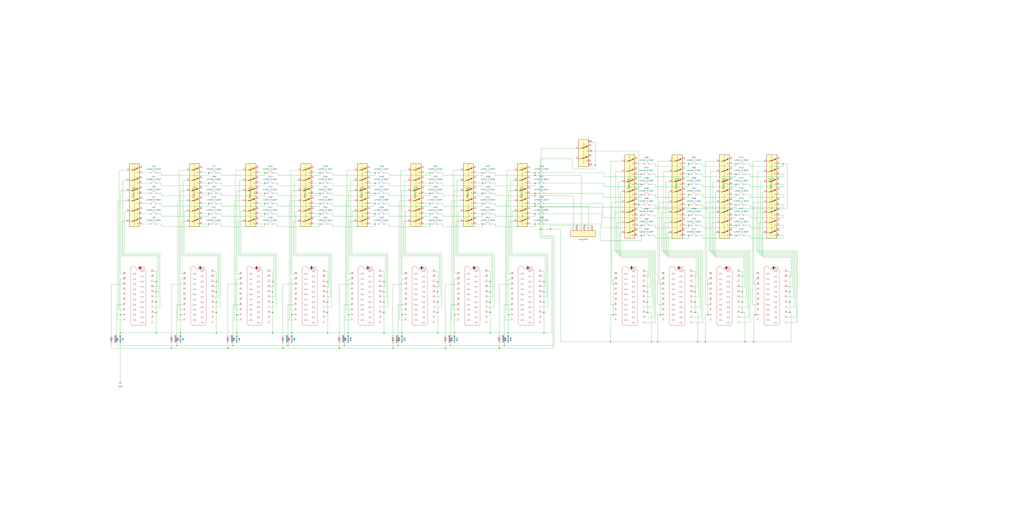
<source format=kicad_sch>
(kicad_sch (version 20231120) (generator "eeschema") (generator_version "8.0")
  (paper "User" 1016 508)
  (lib_symbols
    (symbol "Connector:SCART-F" (pin_names (offset 0.762) hide)
      (property "Reference" "J" (at 0 31.75 0))
      (property "Value" "SCART-F" (at 1.016 -29.21 0))
      (symbol "SCART-F_0_1"
        (text "+" (at -1.778 29.21 0) (effects (font (size 3.81 3.81) (bold yes))))
      )
      (symbol "SCART-F_1_1"
        (pin passive line (at -15.24 -25.4 0) (length 2.54) (name "P1") (number "1"))
        (pin passive line (at 15.24 -2.54 180) (length 2.54) (name "P10") (number "10"))
        (pin passive line (at -15.24 0 0) (length 2.54) (name "P11") (number "11"))
        (pin passive line (at 15.24 2.54 180) (length 2.54) (name "P12") (number "12"))
        (pin passive line (at -15.24 5.08 0) (length 2.54) (name "P13") (number "13"))
        (pin passive line (at 15.24 7.62 180) (length 2.54) (name "P14") (number "14"))
        (pin passive line (at -15.24 10.16 0) (length 2.54) (name "P15") (number "15"))
        (pin passive line (at 15.24 12.7 180) (length 2.54) (name "P16") (number "16"))
        (pin passive line (at -15.24 15.24 0) (length 2.54) (name "P17") (number "17"))
        (pin passive line (at 15.24 17.78 180) (length 2.54) (name "P18") (number "18"))
        (pin passive line (at -15.24 20.32 0) (length 2.54) (name "P19") (number "19"))
        (pin passive line (at 15.24 -22.86 180) (length 2.54) (name "P2") (number "2"))
        (pin passive line (at 15.24 22.86 180) (length 2.54) (name "P20") (number "20"))
        (pin passive line (at -15.24 25.4 0) (length 2.54) (name "P21") (number "21"))
        (pin passive line (at -15.24 -20.32 0) (length 2.54) (name "P3") (number "3"))
        (pin passive line (at 15.24 -17.78 180) (length 2.54) (name "P4") (number "4"))
        (pin passive line (at -15.24 -15.24 0) (length 2.54) (name "P5") (number "5"))
        (pin passive line (at 15.24 -12.7 180) (length 2.54) (name "P6") (number "6"))
        (pin passive line (at -15.24 -10.16 0) (length 2.54) (name "P7") (number "7"))
        (pin passive line (at 15.24 -7.62 180) (length 2.54) (name "P8") (number "8"))
        (pin passive line (at -15.24 -5.08 0) (length 2.54) (name "P9") (number "9"))
      )
    )
    (symbol "Diode:1N4148" (pin_numbers hide) (pin_names hide)
      (property "Reference" "D" (at 0 2.54 0))
      (property "Value" "1N4148" (at 0 -2.54 0))
      (symbol "1N4148_1_1"
        (pin passive line (at -3.81 0 0) (length 2.54) (name "K") (number "1"))
        (pin passive line (at 3.81 0 180) (length 2.54) (name "A") (number "2"))
      )
    )
    (symbol "Jumper:Jumper_2_Open" (pin_numbers hide) (pin_names (offset 0) hide) (exclude_from_sim yes)
      (property "Reference" "JP" (at 0 2.794 0))
      (property "Value" "Jumper_2_Open" (at 0 -2.286 0))
      (symbol "Jumper_2_Open_1_1"
        (pin passive line (at -5.08 0 0) (length 2.54) (name "A") (number "1"))
        (pin passive line (at 5.08 0 180) (length 2.54) (name "B") (number "2"))
      )
    )
    (symbol "Relay:Relay_DPDT"
      (symbol "Relay_DPDT_1_1"
        (pin passive line (at 0 -7.62 90) (length 2.54) (name "~") (number "11"))
        (pin passive line (at -2.54 7.62 270) (length 2.54) (name "~") (number "12"))
        (pin passive line (at 2.54 7.62 270) (length 2.54) (name "~") (number "14"))
        (pin passive line (at 10.16 -7.62 90) (length 2.54) (name "~") (number "21"))
        (pin passive line (at 7.62 7.62 270) (length 2.54) (name "~") (number "22"))
        (pin passive line (at 12.7 7.62 270) (length 2.54) (name "~") (number "24"))
        (pin passive line (at -6.35 7.62 270) (length 2.54) (name "~") (number "GND"))
        (pin passive line (at 16.51 7.62 270) (length 2.54) (name "~") (number "GND"))
      )
    )
    (symbol "Relay_DPDT_1"
      (property "Reference" "K4" (at 16.51 1.2701 0))
      (property "Value" "Relay_DPDT" (at 16.51 -1.2699 0))
      (symbol "Relay_DPDT_1_1_1"
        (pin passive line (at 2.54 7.62 270) (length 2.54) (name "~") (number "11"))
        (pin passive line (at -2.54 7.62 270) (length 2.54) (name "~") (number "12"))
        (pin passive line (at 0 -7.62 90) (length 2.54) (name "~") (number "14"))
        (pin passive line (at 12.7 7.62 270) (length 2.54) (name "~") (number "21"))
        (pin passive line (at 7.62 7.62 270) (length 2.54) (name "~") (number "22"))
        (pin passive line (at 10.16 -7.62 90) (length 2.54) (name "~") (number "24"))
        (pin passive line (at 22.86 7.62 270) (length 2.54) (name "~") (number "31"))
        (pin passive line (at 17.78 7.62 270) (length 2.54) (name "~") (number "32"))
        (pin passive line (at 20.32 -7.62 90) (length 2.54) (name "~") (number "34"))
        (pin passive line (at 33.02 7.62 270) (length 2.54) (name "~") (number "41"))
        (pin passive line (at 27.94 7.62 270) (length 2.54) (name "~") (number "42"))
        (pin passive line (at 30.48 -7.62 90) (length 2.54) (name "~") (number "44"))
        (pin passive line (at 43.18 7.62 270) (length 2.54) (name "~") (number "51"))
        (pin passive line (at 38.1 7.62 270) (length 2.54) (name "~") (number "52"))
        (pin passive line (at 40.64 -7.62 90) (length 2.54) (name "~") (number "54"))
        (pin passive line (at 53.34 7.62 270) (length 2.54) (name "~") (number "61"))
        (pin passive line (at 48.26 7.62 270) (length 2.54) (name "~") (number "62"))
        (pin passive line (at 50.8 -7.62 90) (length 2.54) (name "~") (number "64"))
        (pin passive line (at 63.5 7.62 270) (length 2.54) (name "~") (number "71"))
        (pin passive line (at 58.42 7.62 270) (length 2.54) (name "~") (number "72"))
        (pin passive line (at 60.96 -7.62 90) (length 2.54) (name "~") (number "74"))
        (pin passive line (at 73.66 7.62 270) (length 2.54) (name "~") (number "81"))
        (pin passive line (at 68.58 7.62 270) (length 2.54) (name "~") (number "82"))
        (pin passive line (at 71.12 -7.62 90) (length 2.54) (name "~") (number "84"))
      )
    )
    (symbol "Relay_DPDT_2"
      (property "Reference" "K1" (at 16.51 1.2701 0))
      (property "Value" "Relay_DPDT" (at 16.51 -1.2699 0))
      (symbol "Relay_DPDT_2_1_1"
        (pin passive line (at 2.54 7.62 270) (length 2.54) (name "~") (number "11"))
        (pin passive line (at -2.54 7.62 270) (length 2.54) (name "~") (number "12"))
        (pin passive line (at 0 -7.62 90) (length 2.54) (name "~") (number "14"))
        (pin passive line (at 12.7 7.62 270) (length 2.54) (name "~") (number "21"))
        (pin passive line (at 7.62 7.62 270) (length 2.54) (name "~") (number "22"))
        (pin passive line (at 10.16 -7.62 90) (length 2.54) (name "~") (number "24"))
        (pin passive line (at 22.86 7.62 270) (length 2.54) (name "~") (number "31"))
        (pin passive line (at 17.78 7.62 270) (length 2.54) (name "~") (number "32"))
        (pin passive line (at 20.32 -7.62 90) (length 2.54) (name "~") (number "34"))
        (pin passive line (at 33.02 7.62 270) (length 2.54) (name "~") (number "41"))
        (pin passive line (at 27.94 7.62 270) (length 2.54) (name "~") (number "42"))
        (pin passive line (at 30.48 -7.62 90) (length 2.54) (name "~") (number "44"))
        (pin passive line (at 43.18 7.62 270) (length 2.54) (name "~") (number "51"))
        (pin passive line (at 38.1 7.62 270) (length 2.54) (name "~") (number "52"))
        (pin passive line (at 40.64 -7.62 90) (length 2.54) (name "~") (number "54"))
        (pin passive line (at 53.34 7.62 270) (length 2.54) (name "~") (number "61"))
        (pin passive line (at 48.26 7.62 270) (length 2.54) (name "~") (number "62"))
        (pin passive line (at 50.8 -7.62 90) (length 2.54) (name "~") (number "64"))
      )
    )
    (symbol "Triple RCA:Triple_RCA"
      (property "Reference" "TripleRCA1" (at 0.635 5.08 0))
      (property "Value" "~" (at 0.635 6.35 0))
      (symbol "Triple_RCA_1_1"
        (pin passive line (at 10.16 -7.62 90) (length 2.54) (name "~") (number "C"))
        (pin passive line (at -8.89 -7.62 90) (length 2.54) (name "~") (number "GND"))
        (pin passive line (at -1.27 -7.62 90) (length 2.54) (name "~") (number "GND"))
        (pin passive line (at 6.35 -7.62 90) (length 2.54) (name "~") (number "GND"))
        (pin passive line (at 2.54 -7.62 90) (length 2.54) (name "~") (number "L"))
        (pin passive line (at -5.08 -7.62 90) (length 2.54) (name "~") (number "R"))
      )
    )
    (symbol "power:GND" (power) (pin_numbers hide) (pin_names (offset 0) hide)
      (property "Value" "GND" (at 0 -3.81 0))
      (symbol "GND_1_1"
        (pin power_in line (at 0 0 270) (length 0) (name "~") (number "1"))
      )
    )
  )
  (junction (at 434.34 330.2))
  (junction (at 605.79 339.09))
  (junction (at 736.6 299.72))
  (junction (at 317.5 201.93))
  (junction (at 539.75 299.72))
  (junction (at 530.86 181.61))
  (junction (at 441.96 345.44))
  (junction (at 289.56 312.42))
  (junction (at 372.11 212.09))
  (junction (at 426.72 171.45))
  (junction (at 642.62 309.88))
  (junction (at 530.86 222.25))
  (junction (at 572.77 223.52))
  (junction (at 683.26 223.52))
  (junction (at 179.07 312.42))
  (junction (at 539.75 289.56))
  (junction (at 783.59 309.88))
  (junction (at 692.15 339.09))
  (junction (at 783.59 289.56))
  (junction (at 730.25 172.72))
  (junction (at 234.95 330.2))
  (junction (at 683.26 203.2))
  (junction (at 633.73 203.2))
  (junction (at 636.27 193.04))
  (junction (at 214.63 279.4))
  (junction (at 214.63 309.88))
  (junction (at 689.61 309.88))
  (junction (at 546.1 227.33))
  (junction (at 504.19 312.42))
  (junction (at 154.94 330.2))
  (junction (at 683.26 172.72))
  (junction (at 530.86 191.77))
  (junction (at 530.86 201.93))
  (junction (at 372.11 191.77))
  (junction (at 500.38 342.9))
  (junction (at 748.03 339.09))
  (junction (at 325.12 289.56))
  (junction (at 530.86 194.31))
  (junction (at 636.27 233.68))
  (junction (at 426.72 222.25))
  (junction (at 689.61 289.56))
  (junction (at 777.24 162.56))
  (junction (at 270.51 289.56))
  (junction (at 381 309.88))
  (junction (at 783.59 299.72))
  (junction (at 317.5 222.25))
  (junction (at 262.89 222.25))
  (junction (at 646.43 339.09))
  (junction (at 325.12 299.72))
  (junction (at 214.63 299.72))
  (junction (at 317.5 181.61))
  (junction (at 486.41 279.4))
  (junction (at 119.38 330.2))
  (junction (at 341.63 342.9))
  (junction (at 736.6 309.88))
  (junction (at 270.51 299.72))
  (junction (at 447.04 342.9))
  (junction (at 345.44 330.2))
  (junction (at 504.19 330.2))
  (junction (at 655.32 312.42))
  (junction (at 478.79 171.45))
  (junction (at 372.11 201.93))
  (junction (at 636.27 223.52))
  (junction (at 372.11 181.61))
  (junction (at 730.25 203.2))
  (junction (at 730.25 193.04))
  (junction (at 530.86 171.45))
  (junction (at 539.75 330.2))
  (junction (at 372.11 171.45))
  (junction (at 207.01 201.93))
  (junction (at 170.18 345.44))
  (junction (at 214.63 289.56))
  (junction (at 398.78 312.42))
  (junction (at 234.95 312.42))
  (junction (at 636.27 172.72))
  (junction (at 539.75 279.4))
  (junction (at 345.44 312.42))
  (junction (at 207.01 191.77))
  (junction (at 426.72 181.61))
  (junction (at 683.26 162.56))
  (junction (at 683.26 233.68))
  (junction (at 683.26 193.04))
  (junction (at 530.86 173.99))
  (junction (at 535.94 227.33))
  (junction (at 739.14 339.09))
  (junction (at 231.14 342.9))
  (junction (at 652.78 339.09))
  (junction (at 381 289.56))
  (junction (at 642.62 289.56))
  (junction (at 478.79 181.61))
  (junction (at 478.79 191.77))
  (junction (at 486.41 289.56))
  (junction (at 434.34 299.72))
  (junction (at 749.3 312.42))
  (junction (at 730.25 162.56))
  (junction (at 262.89 171.45))
  (junction (at 642.62 299.72))
  (junction (at 530.86 204.47))
  (junction (at 394.97 342.9))
  (junction (at 398.78 330.2))
  (junction (at 270.51 309.88))
  (junction (at 262.89 191.77))
  (junction (at 683.26 213.36))
  (junction (at 450.85 312.42))
  (junction (at 486.41 309.88))
  (junction (at 530.86 212.09))
  (junction (at 289.56 330.2))
  (junction (at 179.07 330.2))
  (junction (at 207.01 222.25))
  (junction (at 119.38 312.42))
  (junction (at 434.34 279.4))
  (junction (at 381 279.4))
  (junction (at 478.79 212.09))
  (junction (at 689.61 299.72))
  (junction (at 636.27 213.36))
  (junction (at 426.72 201.93))
  (junction (at 486.41 299.72))
  (junction (at 426.72 212.09))
  (junction (at 580.39 223.52))
  (junction (at 207.01 212.09))
  (junction (at 586.74 149.86))
  (junction (at 486.41 330.2))
  (junction (at 317.5 171.45))
  (junction (at 207.01 181.61))
  (junction (at 478.79 201.93))
  (junction (at 736.6 289.56))
  (junction (at 372.11 222.25))
  (junction (at 381 330.2))
  (junction (at 730.25 182.88))
  (junction (at 175.26 342.9))
  (junction (at 226.06 345.44))
  (junction (at 154.94 279.4))
  (junction (at 478.79 222.25))
  (junction (at 434.34 309.88))
  (junction (at 426.72 191.77))
  (junction (at 270.51 279.4))
  (junction (at 280.67 345.44))
  (junction (at 389.89 345.44))
  (junction (at 608.33 312.42))
  (junction (at 285.75 342.9))
  (junction (at 262.89 212.09))
  (junction (at 207.01 171.45))
  (junction (at 730.25 213.36))
  (junction (at 154.94 289.56))
  (junction (at 336.55 345.44))
  (junction (at 683.26 182.88))
  (junction (at 495.3 345.44))
  (junction (at 317.5 212.09))
  (junction (at 730.25 223.52))
  (junction (at 325.12 330.2))
  (junction (at 214.63 330.2))
  (junction (at 270.51 330.2))
  (junction (at 434.34 289.56))
  (junction (at 450.85 330.2))
  (junction (at 730.25 233.68))
  (junction (at 699.77 339.09))
  (junction (at 381 299.72))
  (junction (at 154.94 309.88))
  (junction (at 590.55 163.83))
  (junction (at 262.89 181.61))
  (junction (at 325.12 309.88))
  (junction (at 636.27 182.88))
  (junction (at 539.75 309.88))
  (junction (at 317.5 191.77))
  (junction (at 154.94 299.72))
  (junction (at 325.12 279.4))
  (junction (at 702.31 312.42))
  (junction (at 262.89 201.93))
  (wire (pts (xy 398.78 271.78) (xy 398.78 189.23)))
  (wire (pts (xy 394.97 340.36) (xy 394.97 342.9)))
  (wire (pts (xy 431.8 279.4) (xy 434.34 279.4)))
  (wire (pts (xy 530.86 214.63) (xy 530.86 212.09)))
  (wire (pts (xy 367.03 201.93) (xy 372.11 201.93)))
  (wire (pts (xy 642.62 299.72) (xy 642.62 309.88)))
  (wire (pts (xy 426.72 224.79) (xy 426.72 222.25)))
  (wire (pts (xy 270.51 309.88) (xy 267.97 309.88)))
  (wire (pts (xy 383.54 201.93) (xy 386.08 201.93)))
  (wire (pts (xy 234.95 276.86) (xy 237.49 276.86)))
  (wire (pts (xy 730.25 195.58) (xy 730.25 193.04)))
  (wire (pts (xy 607.06 281.94) (xy 607.06 200.66)))
  (wire (pts (xy 750.57 276.86) (xy 749.3 276.86)))
  (wire (pts (xy 530.86 204.47) (xy 584.2 204.47)))
  (wire (pts (xy 441.96 345.44) (xy 495.3 345.44)))
  (wire (pts (xy 756.92 190.5) (xy 758.19 190.5)))
  (wire (pts (xy 311.15 222.25) (xy 317.5 222.25)))
  (wire (pts (xy 530.86 222.25) (xy 532.13 222.25)))
  (wire (pts (xy 439.42 224.79) (xy 478.79 224.79)))
  (wire (pts (xy 539.75 279.4) (xy 539.75 289.56)))
  (wire (pts (xy 256.54 201.93) (xy 262.89 201.93)))
  (wire (pts (xy 200.66 191.77) (xy 207.01 191.77)))
  (wire (pts (xy 736.6 309.88) (xy 739.14 309.88)))
  (wire (pts (xy 740.41 182.88) (xy 744.22 182.88)))
  (wire (pts (xy 275.59 171.45) (xy 275.59 173.99)))
  (wire (pts (xy 640.08 269.24) (xy 642.62 269.24)))
  (wire (pts (xy 683.26 215.9) (xy 683.26 213.36)))
  (wire (pts (xy 659.13 220.98) (xy 664.21 220.98)))
  (wire (pts (xy 744.22 320.04) (xy 744.22 248.92)))
  (wire (pts (xy 748.03 281.94) (xy 748.03 200.66)))
  (wire (pts (xy 325.12 269.24) (xy 325.12 279.4)))
  (wire (pts (xy 491.49 171.45) (xy 491.49 173.99)))
  (wire (pts (xy 687.07 269.24) (xy 689.61 269.24)))
  (wire (pts (xy 288.29 307.34) (xy 288.29 168.91)))
  (wire (pts (xy 483.87 284.48) (xy 487.68 284.48)))
  (wire (pts (xy 336.55 281.94) (xy 336.55 332.74)))
  (wire (pts (xy 650.24 172.72) (xy 650.24 175.26)))
  (wire (pts (xy 580.39 223.52) (xy 580.39 224.79)))
  (wire (pts (xy 154.94 309.88) (xy 154.94 330.2)))
  (wire (pts (xy 726.44 172.72) (xy 730.25 172.72)))
  (wire (pts (xy 401.32 302.26) (xy 394.97 302.26)))
  (wire (pts (xy 214.63 330.2) (xy 234.95 330.2)))
  (wire (pts (xy 645.16 254) (xy 614.68 254)))
  (wire (pts (xy 702.31 276.86) (xy 702.31 312.42)))
  (wire (pts (xy 292.1 179.07) (xy 295.91 179.07)))
  (wire (pts (xy 646.43 203.2) (xy 650.24 203.2)))
  (wire (pts (xy 646.43 294.64) (xy 646.43 252.73)))
  (wire (pts (xy 288.29 168.91) (xy 295.91 168.91)))
  (wire (pts (xy 777.24 185.42) (xy 777.24 182.88)))
  (wire (pts (xy 506.73 252.73) (xy 506.73 179.07)))
  (wire (pts (xy 697.23 172.72) (xy 697.23 175.26)))
  (wire (pts (xy 687.07 309.88) (xy 689.61 309.88)))
  (wire (pts (xy 435.61 254) (xy 400.05 254)))
  (wire (pts (xy 402.59 251.46) (xy 402.59 209.55)))
  (wire (pts (xy 697.23 162.56) (xy 697.23 165.1)))
  (wire (pts (xy 537.21 234.95) (xy 548.64 234.95)))
  (wire (pts (xy 121.92 302.26) (xy 115.57 302.26)))
  (wire (pts (xy 123.19 209.55) (xy 125.73 209.55)))
  (wire (pts (xy 289.56 276.86) (xy 292.1 276.86)))
  (wire (pts (xy 689.61 309.88) (xy 692.15 309.88)))
  (wire (pts (xy 181.61 302.26) (xy 175.26 302.26)))
  (wire (pts (xy 328.93 251.46) (xy 293.37 251.46)))
  (wire (pts (xy 347.98 252.73) (xy 347.98 179.07)))
  (wire (pts (xy 381 309.88) (xy 381 330.2)))
  (wire (pts (xy 439.42 222.25) (xy 439.42 224.79)))
  (wire (pts (xy 212.09 289.56) (xy 214.63 289.56)))
  (wire (pts (xy 420.37 191.77) (xy 426.72 191.77)))
  (wire (pts (xy 749.3 312.42) (xy 750.57 312.42)))
  (wire (pts (xy 341.63 342.9) (xy 394.97 342.9)))
  (wire (pts (xy 549.91 342.9) (xy 549.91 233.68)))
  (wire (pts (xy 734.06 269.24) (xy 736.6 269.24)))
  (wire (pts (xy 256.54 222.25) (xy 262.89 222.25)))
  (wire (pts (xy 530.86 204.47) (xy 530.86 201.93)))
  (wire (pts (xy 453.39 302.26) (xy 447.04 302.26)))
  (wire (pts (xy 346.71 219.71) (xy 351.79 219.71)))
  (wire (pts (xy 426.72 214.63) (xy 426.72 212.09)))
  (wire (pts (xy 542.29 191.77) (xy 598.17 191.77)))
  (wire (pts (xy 453.39 307.34) (xy 449.58 307.34)))
  (wire (pts (xy 504.19 276.86) (xy 506.73 276.86)))
  (wire (pts (xy 200.66 171.45) (xy 207.01 171.45)))
  (wire (pts (xy 773.43 223.52) (xy 777.24 223.52)))
  (wire (pts (xy 401.32 307.34) (xy 397.51 307.34)))
  (wire (pts (xy 742.95 314.96) (xy 742.95 250.19)))
  (wire (pts (xy 275.59 224.79) (xy 317.5 224.79)))
  (wire (pts (xy 773.43 193.04) (xy 777.24 193.04)))
  (wire (pts (xy 472.44 171.45) (xy 478.79 171.45)))
  (wire (pts (xy 275.59 184.15) (xy 317.5 184.15)))
  (wire (pts (xy 615.95 255.27) (xy 615.95 190.5)))
  (wire (pts (xy 756.92 255.27) (xy 756.92 190.5)))
  (wire (pts (xy 703.58 276.86) (xy 702.31 276.86)))
  (wire (pts (xy 322.58 269.24) (xy 325.12 269.24)))
  (wire (pts (xy 781.05 309.88) (xy 783.59 309.88)))
  (wire (pts (xy 434.34 330.2) (xy 450.85 330.2)))
  (wire (pts (xy 119.38 378.46) (xy 119.38 330.2)))
  (wire (pts (xy 267.97 269.24) (xy 270.51 269.24)))
  (wire (pts (xy 217.17 181.61) (xy 219.71 181.61)))
  (wire (pts (xy 274.32 304.8) (xy 274.32 251.46)))
  (wire (pts (xy 181.61 312.42) (xy 179.07 312.42)))
  (wire (pts (xy 449.58 307.34) (xy 449.58 168.91)))
  (wire (pts (xy 273.05 252.73) (xy 237.49 252.73)))
  (wire (pts (xy 773.43 233.68) (xy 777.24 233.68)))
  (wire (pts (xy 750.57 302.26) (xy 746.76 302.26)))
  (wire (pts (xy 697.23 233.68) (xy 697.23 236.22)))
  (wire (pts (xy 693.42 162.56) (xy 697.23 162.56)))
  (wire (pts (xy 322.58 289.56) (xy 325.12 289.56)))
  (wire (pts (xy 207.01 204.47) (xy 207.01 201.93)))
  (wire (pts (xy 739.14 309.88) (xy 739.14 339.09)))
  (wire (pts (xy 730.25 203.2) (xy 730.25 205.74)))
  (wire (pts (xy 530.86 173.99) (xy 530.86 171.45)))
  (wire (pts (xy 749.3 276.86) (xy 749.3 312.42)))
  (wire (pts (xy 488.95 294.64) (xy 488.95 252.73)))
  (wire (pts (xy 372.11 173.99) (xy 372.11 171.45)))
  (wire (pts (xy 748.03 312.42) (xy 749.3 312.42)))
  (wire (pts (xy 699.77 160.02) (xy 711.2 160.02)))
  (wire (pts (xy 750.57 281.94) (xy 748.03 281.94)))
  (wire (pts (xy 580.39 223.52) (xy 588.01 223.52)))
  (wire (pts (xy 584.2 149.86) (xy 586.74 149.86)))
  (wire (pts (xy 181.61 252.73) (xy 181.61 179.07)))
  (wire (pts (xy 140.97 191.77) (xy 147.32 191.77)))
  (wire (pts (xy 322.58 299.72) (xy 325.12 299.72)))
  (wire (pts (xy 158.75 251.46) (xy 123.19 251.46)))
  (wire (pts (xy 180.34 254) (xy 180.34 219.71)))
  (wire (pts (xy 170.18 340.36) (xy 170.18 345.44)))
  (wire (pts (xy 386.08 181.61) (xy 386.08 184.15)))
  (wire (pts (xy 207.01 224.79) (xy 207.01 222.25)))
  (wire (pts (xy 746.76 302.26) (xy 746.76 160.02)))
  (wire (pts (xy 439.42 181.61) (xy 439.42 184.15)))
  (wire (pts (xy 632.46 203.2) (xy 633.73 203.2)))
  (wire (pts (xy 736.6 269.24) (xy 736.6 289.56)))
  (wire (pts (xy 692.15 309.88) (xy 692.15 339.09)))
  (wire (pts (xy 632.46 213.36) (xy 636.27 213.36)))
  (wire (pts (xy 490.22 251.46) (xy 454.66 251.46)))
  (wire (pts (xy 157.48 191.77) (xy 160.02 191.77)))
  (wire (pts (xy 643.89 274.32) (xy 643.89 255.27)))
  (wire (pts (xy 697.23 223.52) (xy 697.23 226.06)))
  (wire (pts (xy 744.22 182.88) (xy 744.22 185.42)))
  (wire (pts (xy 539.75 330.2) (xy 547.37 330.2)))
  (wire (pts (xy 646.43 193.04) (xy 650.24 193.04)))
  (wire (pts (xy 556.26 227.33) (xy 546.1 227.33)))
  (wire (pts (xy 697.23 205.74) (xy 730.25 205.74)))
  (wire (pts (xy 697.23 203.2) (xy 697.23 205.74)))
  (wire (pts (xy 285.75 302.26) (xy 285.75 332.74)))
  (wire (pts (xy 176.53 199.39) (xy 185.42 199.39)))
  (wire (pts (xy 123.19 251.46) (xy 123.19 209.55)))
  (wire (pts (xy 640.08 309.88) (xy 642.62 309.88)))
  (wire (pts (xy 640.08 284.48) (xy 645.16 284.48)))
  (wire (pts (xy 234.95 312.42) (xy 234.95 276.86)))
  (wire (pts (xy 160.02 212.09) (xy 160.02 214.63)))
  (wire (pts (xy 290.83 254) (xy 290.83 219.71)))
  (wire (pts (xy 640.08 274.32) (xy 643.89 274.32)))
  (wire (pts (xy 744.22 165.1) (xy 777.24 165.1)))
  (wire (pts (xy 744.22 195.58) (xy 777.24 195.58)))
  (wire (pts (xy 232.41 199.39) (xy 241.3 199.39)))
  (wire (pts (xy 381 289.56) (xy 381 299.72)))
  (wire (pts (xy 506.73 317.5) (xy 501.65 317.5)))
  (wire (pts (xy 584.2 224.79) (xy 584.2 204.47)))
  (wire (pts (xy 233.68 307.34) (xy 233.68 168.91)))
  (wire (pts (xy 267.97 294.64) (xy 273.05 294.64)))
  (wire (pts (xy 383.54 294.64) (xy 383.54 252.73)))
  (wire (pts (xy 786.13 284.48) (xy 786.13 254)))
  (wire (pts (xy 262.89 214.63) (xy 262.89 212.09)))
  (wire (pts (xy 609.6 312.42) (xy 608.33 312.42)))
  (wire (pts (xy 426.72 184.15) (xy 426.72 181.61)))
  (wire (pts (xy 576.58 224.79) (xy 576.58 173.99)))
  (wire (pts (xy 383.54 191.77) (xy 386.08 191.77)))
  (wire (pts (xy 784.86 255.27) (xy 756.92 255.27)))
  (wire (pts (xy 726.44 193.04) (xy 730.25 193.04)))
  (wire (pts (xy 237.49 179.07) (xy 241.3 179.07)))
  (wire (pts (xy 703.58 312.42) (xy 702.31 312.42)))
  (wire (pts (xy 572.77 223.52) (xy 580.39 223.52)))
  (wire (pts (xy 450.85 276.86) (xy 453.39 276.86)))
  (wire (pts (xy 692.15 339.09) (xy 699.77 339.09)))
  (wire (pts (xy 179.07 189.23) (xy 185.42 189.23)))
  (wire (pts (xy 179.07 312.42) (xy 179.07 276.86)))
  (wire (pts (xy 347.98 307.34) (xy 344.17 307.34)))
  (wire (pts (xy 506.73 302.26) (xy 500.38 302.26)))
  (wire (pts (xy 748.03 339.09) (xy 748.03 312.42)))
  (wire (pts (xy 401.32 252.73) (xy 401.32 179.07)))
  (wire (pts (xy 293.37 209.55) (xy 295.91 209.55)))
  (wire (pts (xy 378.46 279.4) (xy 381 279.4)))
  (wire (pts (xy 439.42 171.45) (xy 439.42 173.99)))
  (wire (pts (xy 116.84 199.39) (xy 125.73 199.39)))
  (wire (pts (xy 598.17 191.77) (xy 598.17 195.58)))
  (wire (pts (xy 181.61 307.34) (xy 177.8 307.34)))
  (wire (pts (xy 791.21 248.92) (xy 750.57 248.92)))
  (wire (pts (xy 325.12 279.4) (xy 325.12 289.56)))
  (wire (pts (xy 530.86 201.93) (xy 532.13 201.93)))
  (wire (pts (xy 739.14 339.09) (xy 748.03 339.09)))
  (wire (pts (xy 704.85 250.19) (xy 704.85 170.18)))
  (wire (pts (xy 327.66 294.64) (xy 327.66 252.73)))
  (wire (pts (xy 486.41 279.4) (xy 486.41 289.56)))
  (wire (pts (xy 598.17 201.93) (xy 598.17 215.9)))
  (wire (pts (xy 740.41 162.56) (xy 744.22 162.56)))
  (wire (pts (xy 217.17 212.09) (xy 219.71 212.09)))
  (wire (pts (xy 703.58 210.82) (xy 711.2 210.82)))
  (wire (pts (xy 154.94 269.24) (xy 154.94 279.4)))
  (wire (pts (xy 530.86 184.15) (xy 530.86 181.61)))
  (wire (pts (xy 401.32 317.5) (xy 396.24 317.5)))
  (wire (pts (xy 330.2 214.63) (xy 372.11 214.63)))
  (wire (pts (xy 535.94 227.33) (xy 535.94 157.48)))
  (wire (pts (xy 740.41 213.36) (xy 744.22 213.36)))
  (wire (pts (xy 537.21 304.8) (xy 543.56 304.8)))
  (wire (pts (xy 500.38 342.9) (xy 549.91 342.9)))
  (wire (pts (xy 383.54 212.09) (xy 386.08 212.09)))
  (wire (pts (xy 697.23 193.04) (xy 697.23 195.58)))
  (wire (pts (xy 791.21 320.04) (xy 791.21 248.92)))
  (wire (pts (xy 777.24 226.06) (xy 777.24 223.52)))
  (wire (pts (xy 140.97 201.93) (xy 147.32 201.93)))
  (wire (pts (xy 342.9 199.39) (xy 351.79 199.39)))
  (wire (pts (xy 707.39 180.34) (xy 711.2 180.34)))
  (wire (pts (xy 781.05 274.32) (xy 784.86 274.32)))
  (wire (pts (xy 383.54 181.61) (xy 386.08 181.61)))
  (wire (pts (xy 648.97 314.96) (xy 648.97 250.19)))
  (wire (pts (xy 650.24 215.9) (xy 683.26 215.9)))
  (wire (pts (xy 650.24 182.88) (xy 650.24 185.42)))
  (wire (pts (xy 530.86 224.79) (xy 530.86 222.25)))
  (wire (pts (xy 177.8 307.34) (xy 177.8 168.91)))
  (wire (pts (xy 160.02 224.79) (xy 207.01 224.79)))
  (wire (pts (xy 491.49 204.47) (xy 530.86 204.47)))
  (wire (pts (xy 542.29 171.45) (xy 599.44 171.45)))
  (wire (pts (xy 386.08 194.31) (xy 426.72 194.31)))
  (wire (pts (xy 697.23 175.26) (xy 730.25 175.26)))
  (wire (pts (xy 483.87 304.8) (xy 490.22 304.8)))
  (wire (pts (xy 754.38 252.73) (xy 754.38 180.34)))
  (wire (pts (xy 330.2 204.47) (xy 372.11 204.47)))
  (wire (pts (xy 452.12 219.71) (xy 457.2 219.71)))
  (wire (pts (xy 439.42 212.09) (xy 439.42 214.63)))
  (wire (pts (xy 431.8 284.48) (xy 435.61 284.48)))
  (wire (pts (xy 744.22 185.42) (xy 777.24 185.42)))
  (wire (pts (xy 140.97 222.25) (xy 147.32 222.25)))
  (wire (pts (xy 478.79 204.47) (xy 478.79 201.93)))
  (wire (pts (xy 508 251.46) (xy 508 209.55)))
  (wire (pts (xy 783.59 299.72) (xy 783.59 309.88)))
  (wire (pts (xy 537.21 299.72) (xy 539.75 299.72)))
  (wire (pts (xy 687.07 284.48) (xy 692.15 284.48)))
  (wire (pts (xy 181.61 317.5) (xy 176.53 317.5)))
  (wire (pts (xy 546.1 227.33) (xy 535.94 227.33)))
  (wire (pts (xy 693.42 252.73) (xy 660.4 252.73)))
  (wire (pts (xy 656.59 302.26) (xy 652.78 302.26)))
  (wire (pts (xy 453.39 271.78) (xy 450.85 271.78)))
  (wire (pts (xy 372.11 224.79) (xy 372.11 222.25)))
  (wire (pts (xy 262.89 184.15) (xy 262.89 181.61)))
  (wire (pts (xy 662.94 190.5) (xy 664.21 190.5)))
  (wire (pts (xy 642.62 309.88) (xy 646.43 309.88)))
  (wire (pts (xy 483.87 269.24) (xy 486.41 269.24)))
  (wire (pts (xy 420.37 212.09) (xy 426.72 212.09)))
  (wire (pts (xy 739.14 254) (xy 708.66 254)))
  (wire (pts (xy 656.59 312.42) (xy 655.32 312.42)))
  (wire (pts (xy 200.66 222.25) (xy 207.01 222.25)))
  (wire (pts (xy 217.17 222.25) (xy 219.71 222.25)))
  (wire (pts (xy 439.42 191.77) (xy 439.42 194.31)))
  (wire (pts (xy 176.53 317.5) (xy 176.53 199.39)))
  (wire (pts (xy 214.63 309.88) (xy 212.09 309.88)))
  (wire (pts (xy 121.92 252.73) (xy 121.92 179.07)))
  (wire (pts (xy 535.94 157.48) (xy 567.69 157.48)))
  (wire (pts (xy 495.3 345.44) (xy 495.3 340.36)))
  (wire (pts (xy 381 309.88) (xy 378.46 309.88)))
  (wire (pts (xy 506.73 271.78) (xy 504.19 271.78)))
  (wire (pts (xy 349.25 209.55) (xy 351.79 209.55)))
  (wire (pts (xy 273.05 222.25) (xy 275.59 222.25)))
  (wire (pts (xy 734.06 284.48) (xy 739.14 284.48)))
  (wire (pts (xy 271.78 284.48) (xy 271.78 254)))
  (wire (pts (xy 152.4 299.72) (xy 154.94 299.72)))
  (wire (pts (xy 546.1 223.52) (xy 546.1 227.33)))
  (wire (pts (xy 632.46 162.56) (xy 636.27 162.56)))
  (wire (pts (xy 175.26 342.9) (xy 231.14 342.9)))
  (wire (pts (xy 177.8 168.91) (xy 185.42 168.91)))
  (wire (pts (xy 614.68 231.14) (xy 617.22 231.14)))
  (wire (pts (xy 525.78 191.77) (xy 530.86 191.77)))
  (wire (pts (xy 439.42 173.99) (xy 478.79 173.99)))
  (wire (pts (xy 610.87 170.18) (xy 617.22 170.18)))
  (wire (pts (xy 273.05 294.64) (xy 273.05 252.73)))
  (wire (pts (xy 267.97 279.4) (xy 270.51 279.4)))
  (wire (pts (xy 679.45 233.68) (xy 683.26 233.68)))
  (wire (pts (xy 200.66 201.93) (xy 207.01 201.93)))
  (wire (pts (xy 751.84 170.18) (xy 758.19 170.18)))
  (wire (pts (xy 119.38 312.42) (xy 119.38 330.2)))
  (wire (pts (xy 384.81 304.8) (xy 384.81 251.46)))
  (wire (pts (xy 156.21 254) (xy 120.65 254)))
  (wire (pts (xy 590.55 167.64) (xy 590.55 163.83)))
  (wire (pts (xy 787.4 294.64) (xy 787.4 252.73)))
  (wire (pts (xy 646.43 252.73) (xy 613.41 252.73)))
  (wire (pts (xy 787.4 252.73) (xy 754.38 252.73)))
  (wire (pts (xy 642.62 289.56) (xy 642.62 299.72)))
  (wire (pts (xy 660.4 180.34) (xy 664.21 180.34)))
  (wire (pts (xy 453.39 179.07) (xy 457.2 179.07)))
  (wire (pts (xy 730.25 165.1) (xy 730.25 162.56)))
  (wire (pts (xy 431.8 294.64) (xy 436.88 294.64)))
  (wire (pts (xy 237.49 312.42) (xy 234.95 312.42)))
  (wire (pts (xy 217.17 294.64) (xy 217.17 252.73)))
  (wire (pts (xy 586.74 140.97) (xy 590.55 140.97)))
  (wire (pts (xy 317.5 194.31) (xy 317.5 191.77)))
  (wire (pts (xy 217.17 171.45) (xy 219.71 171.45)))
  (wire (pts (xy 450.85 312.42) (xy 450.85 330.2)))
  (wire (pts (xy 330.2 171.45) (xy 330.2 173.99)))
  (wire (pts (xy 609.6 210.82) (xy 617.22 210.82)))
  (wire (pts (xy 609.6 302.26) (xy 605.79 302.26)))
  (wire (pts (xy 179.07 276.86) (xy 181.61 276.86)))
  (wire (pts (xy 214.63 279.4) (xy 214.63 289.56)))
  (wire (pts (xy 154.94 330.2) (xy 179.07 330.2)))
  (wire (pts (xy 588.01 223.52) (xy 588.01 224.79)))
  (wire (pts (xy 237.49 281.94) (xy 226.06 281.94)))
  (wire (pts (xy 636.27 185.42) (xy 636.27 182.88)))
  (wire (pts (xy 170.18 345.44) (xy 226.06 345.44)))
  (wire (pts (xy 214.63 309.88) (xy 214.63 330.2)))
  (wire (pts (xy 157.48 294.64) (xy 157.48 252.73)))
  (wire (pts (xy 386.08 222.25) (xy 386.08 224.79)))
  (wire (pts (xy 679.45 182.88) (xy 683.26 182.88)))
  (wire (pts (xy 788.67 251.46) (xy 753.11 251.46)))
  (wire (pts (xy 537.21 269.24) (xy 539.75 269.24)))
  (wire (pts (xy 116.84 317.5) (xy 116.84 199.39)))
  (wire (pts (xy 500.38 302.26) (xy 500.38 332.74)))
  (wire (pts (xy 755.65 254) (xy 755.65 231.14)))
  (wire (pts (xy 434.34 309.88) (xy 431.8 309.88)))
  (wire (pts (xy 400.05 254) (xy 400.05 219.71)))
  (wire (pts (xy 683.26 175.26) (xy 683.26 172.72)))
  (wire (pts (xy 478.79 184.15) (xy 478.79 181.61)))
  (wire (pts (xy 707.39 252.73) (xy 707.39 180.34)))
  (wire (pts (xy 539.75 269.24) (xy 539.75 279.4)))
  (wire (pts (xy 598.17 195.58) (xy 636.27 195.58)))
  (wire (pts (xy 262.89 173.99) (xy 262.89 171.45)))
  (wire (pts (xy 218.44 251.46) (xy 182.88 251.46)))
  (wire (pts (xy 160.02 201.93) (xy 160.02 204.47)))
  (wire (pts (xy 615.95 190.5) (xy 617.22 190.5)))
  (wire (pts (xy 491.49 224.79) (xy 530.86 224.79)))
  (wire (pts (xy 525.78 201.93) (xy 530.86 201.93)))
  (wire (pts (xy 267.97 304.8) (xy 274.32 304.8)))
  (wire (pts (xy 530.86 181.61) (xy 532.13 181.61)))
  (wire (pts (xy 383.54 252.73) (xy 347.98 252.73)))
  (wire (pts (xy 121.92 312.42) (xy 119.38 312.42)))
  (wire (pts (xy 744.22 172.72) (xy 744.22 175.26)))
  (wire (pts (xy 645.16 284.48) (xy 645.16 254)))
  (wire (pts (xy 650.24 175.26) (xy 683.26 175.26)))
  (wire (pts (xy 317.5 173.99) (xy 317.5 171.45)))
  (wire (pts (xy 491.49 191.77) (xy 491.49 194.31)))
  (wire (pts (xy 486.41 269.24) (xy 486.41 279.4)))
  (wire (pts (xy 483.87 289.56) (xy 486.41 289.56)))
  (wire (pts (xy 736.6 299.72) (xy 736.6 309.88)))
  (wire (pts (xy 491.49 212.09) (xy 491.49 214.63)))
  (wire (pts (xy 502.92 168.91) (xy 510.54 168.91)))
  (wire (pts (xy 656.59 210.82) (xy 664.21 210.82)))
  (wire (pts (xy 273.05 212.09) (xy 275.59 212.09)))
  (wire (pts (xy 270.51 330.2) (xy 289.56 330.2)))
  (wire (pts (xy 613.41 252.73) (xy 613.41 180.34)))
  (wire (pts (xy 115.57 302.26) (xy 115.57 332.74)))
  (wire (pts (xy 121.92 281.94) (xy 110.49 281.94)))
  (wire (pts (xy 237.49 252.73) (xy 237.49 179.07)))
  (wire (pts (xy 372.11 201.93) (xy 373.38 201.93)))
  (wire (pts (xy 152.4 294.64) (xy 157.48 294.64)))
  (wire (pts (xy 647.7 251.46) (xy 612.14 251.46)))
  (wire (pts (xy 683.26 236.22) (xy 683.26 233.68)))
  (wire (pts (xy 478.79 194.31) (xy 478.79 191.77)))
  (wire (pts (xy 181.61 281.94) (xy 170.18 281.94)))
  (wire (pts (xy 495.3 281.94) (xy 495.3 332.74)))
  (wire (pts (xy 542.29 294.64) (xy 542.29 252.73)))
  (wire (pts (xy 217.17 252.73) (xy 181.61 252.73)))
  (wire (pts (xy 605.79 339.09) (xy 646.43 339.09)))
  (wire (pts (xy 110.49 281.94) (xy 110.49 332.74)))
  (wire (pts (xy 726.44 223.52) (xy 730.25 223.52)))
  (wire (pts (xy 317.5 184.15) (xy 317.5 181.61)))
  (wire (pts (xy 539.75 309.88) (xy 539.75 330.2)))
  (wire (pts (xy 402.59 209.55) (xy 405.13 209.55)))
  (wire (pts (xy 378.46 299.72) (xy 381 299.72)))
  (wire (pts (xy 734.06 294.64) (xy 740.41 294.64)))
  (wire (pts (xy 322.58 294.64) (xy 327.66 294.64)))
  (wire (pts (xy 636.27 195.58) (xy 636.27 193.04)))
  (wire (pts (xy 491.49 184.15) (xy 530.86 184.15)))
  (wire (pts (xy 781.05 289.56) (xy 783.59 289.56)))
  (wire (pts (xy 154.94 279.4) (xy 154.94 289.56)))
  (wire (pts (xy 322.58 279.4) (xy 325.12 279.4)))
  (wire (pts (xy 420.37 222.25) (xy 426.72 222.25)))
  (wire (pts (xy 347.98 312.42) (xy 345.44 312.42)))
  (wire (pts (xy 542.29 222.25) (xy 595.63 222.25)))
  (wire (pts (xy 636.27 207.01) (xy 781.05 207.01)))
  (wire (pts (xy 656.59 248.92) (xy 656.59 210.82)))
  (wire (pts (xy 325.12 299.72) (xy 325.12 309.88)))
  (wire (pts (xy 280.67 345.44) (xy 336.55 345.44)))
  (wire (pts (xy 734.06 304.8) (xy 741.68 304.8)))
  (wire (pts (xy 289.56 271.78) (xy 289.56 189.23)))
  (wire (pts (xy 154.94 309.88) (xy 152.4 309.88)))
  (wire (pts (xy 708.66 231.14) (xy 711.2 231.14)))
  (wire (pts (xy 214.63 299.72) (xy 214.63 309.88)))
  (wire (pts (xy 697.23 236.22) (xy 730.25 236.22)))
  (wire (pts (xy 572.77 224.79) (xy 572.77 223.52)))
  (wire (pts (xy 152.4 289.56) (xy 154.94 289.56)))
  (wire (pts (xy 530.86 194.31) (xy 530.86 191.77)))
  (wire (pts (xy 647.7 304.8) (xy 647.7 251.46)))
  (wire (pts (xy 744.22 233.68) (xy 744.22 236.22)))
  (wire (pts (xy 397.51 168.91) (xy 405.13 168.91)))
  (wire (pts (xy 751.84 250.19) (xy 751.84 170.18)))
  (wire (pts (xy 542.29 181.61) (xy 599.44 181.61)))
  (wire (pts (xy 378.46 304.8) (xy 384.81 304.8)))
  (wire (pts (xy 726.44 213.36) (xy 730.25 213.36)))
  (wire (pts (xy 140.97 212.09) (xy 147.32 212.09)))
  (wire (pts (xy 218.44 304.8) (xy 218.44 251.46)))
  (wire (pts (xy 537.21 279.4) (xy 539.75 279.4)))
  (wire (pts (xy 292.1 302.26) (xy 285.75 302.26)))
  (wire (pts (xy 345.44 312.42) (xy 345.44 276.86)))
  (wire (pts (xy 609.6 276.86) (xy 608.33 276.86)))
  (wire (pts (xy 207.01 173.99) (xy 207.01 171.45)))
  (wire (pts (xy 270.51 279.4) (xy 270.51 289.56)))
  (wire (pts (xy 372.11 184.15) (xy 372.11 181.61)))
  (wire (pts (xy 175.26 342.9) (xy 175.26 340.36)))
  (wire (pts (xy 397.51 307.34) (xy 397.51 168.91)))
  (wire (pts (xy 398.78 276.86) (xy 401.32 276.86)))
  (wire (pts (xy 347.98 281.94) (xy 336.55 281.94)))
  (wire (pts (xy 330.2 181.61) (xy 330.2 184.15)))
  (wire (pts (xy 378.46 284.48) (xy 382.27 284.48)))
  (wire (pts (xy 505.46 254) (xy 505.46 219.71)))
  (wire (pts (xy 609.6 248.92) (xy 609.6 210.82)))
  (wire (pts (xy 115.57 342.9) (xy 175.26 342.9)))
  (wire (pts (xy 330.2 224.79) (xy 372.11 224.79)))
  (wire (pts (xy 472.44 181.61) (xy 478.79 181.61)))
  (wire (pts (xy 434.34 299.72) (xy 434.34 309.88)))
  (wire (pts (xy 237.49 317.5) (xy 232.41 317.5)))
  (wire (pts (xy 280.67 340.36) (xy 280.67 345.44)))
  (wire (pts (xy 777.24 236.22) (xy 777.24 233.68)))
  (wire (pts (xy 598.17 215.9) (xy 636.27 215.9)))
  (wire (pts (xy 650.24 320.04) (xy 650.24 248.92)))
  (wire (pts (xy 541.02 254) (xy 505.46 254)))
  (wire (pts (xy 367.03 171.45) (xy 372.11 171.45)))
  (wire (pts (xy 491.49 194.31) (xy 530.86 194.31)))
  (wire (pts (xy 293.37 251.46) (xy 293.37 209.55)))
  (wire (pts (xy 683.26 203.2) (xy 683.26 205.74)))
  (wire (pts (xy 777.24 203.2) (xy 777.24 205.74)))
  (wire (pts (xy 327.66 201.93) (xy 330.2 201.93)))
  (wire (pts (xy 605.79 160.02) (xy 617.22 160.02)))
  (wire (pts (xy 590.55 163.83) (xy 586.74 163.83)))
  (wire (pts (xy 693.42 294.64) (xy 693.42 252.73)))
  (wire (pts (xy 448.31 199.39) (xy 457.2 199.39)))
  (wire (pts (xy 650.24 165.1) (xy 683.26 165.1)))
  (wire (pts (xy 420.37 201.93) (xy 426.72 201.93)))
  (wire (pts (xy 200.66 181.61) (xy 207.01 181.61)))
  (wire (pts (xy 157.48 252.73) (xy 121.92 252.73)))
  (wire (pts (xy 317.5 204.47) (xy 317.5 201.93)))
  (wire (pts (xy 595.63 222.25) (xy 595.63 238.76)))
  (wire (pts (xy 538.48 233.68) (xy 538.48 205.74)))
  (wire (pts (xy 271.78 254) (xy 236.22 254)))
  (wire (pts (xy 157.48 222.25) (xy 160.02 222.25)))
  (wire (pts (xy 530.86 194.31) (xy 568.96 194.31)))
  (wire (pts (xy 730.25 215.9) (xy 730.25 213.36)))
  (wire (pts (xy 434.34 289.56) (xy 434.34 299.72)))
  (wire (pts (xy 215.9 254) (xy 180.34 254)))
  (wire (pts (xy 730.25 185.42) (xy 730.25 182.88)))
  (wire (pts (xy 336.55 345.44) (xy 389.89 345.44)))
  (wire (pts (xy 439.42 184.15) (xy 478.79 184.15)))
  (wire (pts (xy 322.58 304.8) (xy 328.93 304.8)))
  (wire (pts (xy 483.87 279.4) (xy 486.41 279.4)))
  (wire (pts (xy 773.43 213.36) (xy 777.24 213.36)))
  (wire (pts (xy 435.61 284.48) (xy 435.61 254)))
  (wire (pts (xy 590.55 140.97) (xy 590.55 163.83)))
  (wire (pts (xy 115.57 340.36) (xy 115.57 342.9)))
  (wire (pts (xy 280.67 281.94) (xy 280.67 332.74)))
  (wire (pts (xy 401.32 179.07) (xy 405.13 179.07)))
  (wire (pts (xy 599.44 171.45) (xy 599.44 175.26)))
  (wire (pts (xy 488.95 252.73) (xy 453.39 252.73)))
  (wire (pts (xy 636.27 175.26) (xy 636.27 172.72)))
  (wire (pts (xy 605.79 339.09) (xy 556.26 339.09)))
  (wire (pts (xy 483.87 294.64) (xy 488.95 294.64)))
  (wire (pts (xy 386.08 191.77) (xy 386.08 194.31)))
  (wire (pts (xy 330.2 194.31) (xy 372.11 194.31)))
  (wire (pts (xy 325.12 309.88) (xy 322.58 309.88)))
  (wire (pts (xy 487.68 284.48) (xy 487.68 254)))
  (wire (pts (xy 491.49 201.93) (xy 491.49 204.47)))
  (wire (pts (xy 726.44 182.88) (xy 730.25 182.88)))
  (wire (pts (xy 734.06 274.32) (xy 737.87 274.32)))
  (wire (pts (xy 483.87 299.72) (xy 486.41 299.72)))
  (wire (pts (xy 436.88 294.64) (xy 436.88 252.73)))
  (wire (pts (xy 488.95 191.77) (xy 491.49 191.77)))
  (wire (pts (xy 537.21 294.64) (xy 542.29 294.64)))
  (wire (pts (xy 328.93 304.8) (xy 328.93 251.46)))
  (wire (pts (xy 152.4 304.8) (xy 158.75 304.8)))
  (wire (pts (xy 181.61 179.07) (xy 185.42 179.07)))
  (wire (pts (xy 781.05 314.96) (xy 789.94 314.96)))
  (wire (pts (xy 372.11 191.77) (xy 373.38 191.77)))
  (wire (pts (xy 345.44 189.23) (xy 351.79 189.23)))
  (wire (pts (xy 709.93 255.27) (xy 709.93 190.5)))
  (wire (pts (xy 773.43 162.56) (xy 777.24 162.56)))
  (wire (pts (xy 613.41 180.34) (xy 617.22 180.34)))
  (wire (pts (xy 683.26 185.42) (xy 683.26 182.88)))
  (wire (pts (xy 154.94 289.56) (xy 154.94 299.72)))
  (wire (pts (xy 789.94 314.96) (xy 789.94 250.19)))
  (wire (pts (xy 386.08 184.15) (xy 426.72 184.15)))
  (wire (pts (xy 234.95 330.2) (xy 270.51 330.2)))
  (wire (pts (xy 703.58 248.92) (xy 703.58 210.82)))
  (wire (pts (xy 275.59 214.63) (xy 317.5 214.63)))
  (wire (pts (xy 219.71 201.93) (xy 219.71 204.47)))
  (wire (pts (xy 121.92 179.07) (xy 125.73 179.07)))
  (wire (pts (xy 706.12 220.98) (xy 711.2 220.98)))
  (wire (pts (xy 537.21 147.32) (xy 537.21 234.95)))
  (wire (pts (xy 693.42 182.88) (xy 697.23 182.88)))
  (wire (pts (xy 212.09 304.8) (xy 218.44 304.8)))
  (wire (pts (xy 344.17 307.34) (xy 344.17 168.91)))
  (wire (pts (xy 452.12 254) (xy 452.12 219.71)))
  (wire (pts (xy 345.44 276.86) (xy 347.98 276.86)))
  (wire (pts (xy 730.25 175.26) (xy 730.25 172.72)))
  (wire (pts (xy 326.39 254) (xy 290.83 254)))
  (wire (pts (xy 237.49 271.78) (xy 234.95 271.78)))
  (wire (pts (xy 504.19 312.42) (xy 504.19 276.86)))
  (wire (pts (xy 744.22 226.06) (xy 777.24 226.06)))
  (wire (pts (xy 530.86 212.09) (xy 532.13 212.09)))
  (wire (pts (xy 434.34 309.88) (xy 434.34 330.2)))
  (wire (pts (xy 748.03 200.66) (xy 758.19 200.66)))
  (wire (pts (xy 231.14 342.9) (xy 285.75 342.9)))
  (wire (pts (xy 436.88 191.77) (xy 439.42 191.77)))
  (wire (pts (xy 683.26 195.58) (xy 683.26 193.04)))
  (wire (pts (xy 152.4 269.24) (xy 154.94 269.24)))
  (wire (pts (xy 491.49 214.63) (xy 530.86 214.63)))
  (wire (pts (xy 632.46 182.88) (xy 636.27 182.88)))
  (wire (pts (xy 157.48 171.45) (xy 160.02 171.45)))
  (wire (pts (xy 381 269.24) (xy 381 279.4)))
  (wire (pts (xy 632.46 223.52) (xy 636.27 223.52)))
  (wire (pts (xy 256.54 181.61) (xy 262.89 181.61)))
  (wire (pts (xy 744.22 223.52) (xy 744.22 226.06)))
  (wire (pts (xy 781.05 320.04) (xy 791.21 320.04)))
  (wire (pts (xy 679.45 172.72) (xy 683.26 172.72)))
  (wire (pts (xy 650.24 203.2) (xy 650.24 205.74)))
  (wire (pts (xy 285.75 340.36) (xy 285.75 342.9)))
  (wire (pts (xy 154.94 299.72) (xy 154.94 309.88)))
  (wire (pts (xy 156.21 284.48) (xy 156.21 254)))
  (wire (pts (xy 687.07 314.96) (xy 695.96 314.96)))
  (wire (pts (xy 398.78 312.42) (xy 398.78 276.86)))
  (wire (pts (xy 226.06 281.94) (xy 226.06 332.74)))
  (wire (pts (xy 431.8 299.72) (xy 434.34 299.72)))
  (wire (pts (xy 657.86 250.19) (xy 657.86 170.18)))
  (wire (pts (xy 285.75 342.9) (xy 341.63 342.9)))
  (wire (pts (xy 212.09 269.24) (xy 214.63 269.24)))
  (wire (pts (xy 453.39 252.73) (xy 453.39 179.07)))
  (wire (pts (xy 660.4 252.73) (xy 660.4 180.34)))
  (wire (pts (xy 734.06 320.04) (xy 744.22 320.04)))
  (wire (pts (xy 326.39 284.48) (xy 326.39 254)))
  (wire (pts (xy 372.11 222.25) (xy 373.38 222.25)))
  (wire (pts (xy 488.95 171.45) (xy 491.49 171.45)))
  (wire (pts (xy 525.78 181.61) (xy 530.86 181.61)))
  (wire (pts (xy 599.44 181.61) (xy 599.44 185.42)))
  (wire (pts (xy 568.96 224.79) (xy 568.96 194.31)))
  (wire (pts (xy 401.32 312.42) (xy 398.78 312.42)))
  (wire (pts (xy 275.59 204.47) (xy 317.5 204.47)))
  (wire (pts (xy 753.11 220.98) (xy 758.19 220.98)))
  (wire (pts (xy 292.1 307.34) (xy 288.29 307.34)))
  (wire (pts (xy 659.13 251.46) (xy 659.13 220.98)))
  (wire (pts (xy 267.97 289.56) (xy 270.51 289.56)))
  (wire (pts (xy 661.67 231.14) (xy 664.21 231.14)))
  (wire (pts (xy 372.11 214.63) (xy 372.11 212.09)))
  (wire (pts (xy 181.61 271.78) (xy 179.07 271.78)))
  (wire (pts (xy 327.66 171.45) (xy 330.2 171.45)))
  (wire (pts (xy 697.23 185.42) (xy 730.25 185.42)))
  (wire (pts (xy 679.45 223.52) (xy 683.26 223.52)))
  (wire (pts (xy 386.08 224.79) (xy 426.72 224.79)))
  (wire (pts (xy 327.66 181.61) (xy 330.2 181.61)))
  (wire (pts (xy 160.02 222.25) (xy 160.02 224.79)))
  (wire (pts (xy 646.43 223.52) (xy 650.24 223.52)))
  (wire (pts (xy 744.22 175.26) (xy 777.24 175.26)))
  (wire (pts (xy 110.49 340.36) (xy 110.49 345.44)))
  (wire (pts (xy 270.51 309.88) (xy 270.51 330.2)))
  (wire (pts (xy 679.45 193.04) (xy 683.26 193.04)))
  (wire (pts (xy 734.06 314.96) (xy 742.95 314.96)))
  (wire (pts (xy 730.25 226.06) (xy 730.25 223.52)))
  (wire (pts (xy 726.44 233.68) (xy 730.25 233.68)))
  (wire (pts (xy 699.77 312.42) (xy 699.77 339.09)))
  (wire (pts (xy 420.37 171.45) (xy 426.72 171.45)))
  (wire (pts (xy 744.22 236.22) (xy 777.24 236.22)))
  (wire (pts (xy 741.68 251.46) (xy 706.12 251.46)))
  (wire (pts (xy 504.19 271.78) (xy 504.19 189.23)))
  (wire (pts (xy 292.1 317.5) (xy 287.02 317.5)))
  (wire (pts (xy 325.12 289.56) (xy 325.12 299.72)))
  (wire (pts (xy 632.46 233.68) (xy 636.27 233.68)))
  (wire (pts (xy 689.61 299.72) (xy 689.61 309.88)))
  (wire (pts (xy 506.73 281.94) (xy 495.3 281.94)))
  (wire (pts (xy 646.43 213.36) (xy 650.24 213.36)))
  (wire (pts (xy 121.92 307.34) (xy 118.11 307.34)))
  (wire (pts (xy 394.97 302.26) (xy 394.97 332.74)))
  (wire (pts (xy 386.08 201.93) (xy 386.08 204.47)))
  (wire (pts (xy 740.41 233.68) (xy 744.22 233.68)))
  (wire (pts (xy 398.78 330.2) (xy 434.34 330.2)))
  (wire (pts (xy 701.04 200.66) (xy 711.2 200.66)))
  (wire (pts (xy 695.96 314.96) (xy 695.96 250.19)))
  (wire (pts (xy 750.57 248.92) (xy 750.57 210.82)))
  (wire (pts (xy 450.85 330.2) (xy 486.41 330.2)))
  (wire (pts (xy 690.88 255.27) (xy 662.94 255.27)))
  (wire (pts (xy 501.65 317.5) (xy 501.65 199.39)))
  (wire (pts (xy 396.24 199.39) (xy 405.13 199.39)))
  (wire (pts (xy 431.8 289.56) (xy 434.34 289.56)))
  (wire (pts (xy 781.05 284.48) (xy 786.13 284.48)))
  (wire (pts (xy 317.5 224.79) (xy 317.5 222.25)))
  (wire (pts (xy 382.27 254) (xy 346.71 254)))
  (wire (pts (xy 453.39 281.94) (xy 441.96 281.94)))
  (wire (pts (xy 744.22 215.9) (xy 777.24 215.9)))
  (wire (pts (xy 447.04 302.26) (xy 447.04 332.74)))
  (wire (pts (xy 450.85 189.23) (xy 457.2 189.23)))
  (wire (pts (xy 398.78 189.23) (xy 405.13 189.23)))
  (wire (pts (xy 699.77 339.09) (xy 739.14 339.09)))
  (wire (pts (xy 781.05 304.8) (xy 788.67 304.8)))
  (wire (pts (xy 120.65 219.71) (xy 125.73 219.71)))
  (wire (pts (xy 217.17 191.77) (xy 219.71 191.77)))
  (wire (pts (xy 662.94 255.27) (xy 662.94 190.5)))
  (wire (pts (xy 426.72 204.47) (xy 426.72 201.93)))
  (wire (pts (xy 504.19 312.42) (xy 504.19 330.2)))
  (wire (pts (xy 539.75 299.72) (xy 539.75 309.88)))
  (wire (pts (xy 542.29 252.73) (xy 506.73 252.73)))
  (wire (pts (xy 389.89 345.44) (xy 441.96 345.44)))
  (wire (pts (xy 367.03 212.09) (xy 372.11 212.09)))
  (wire (pts (xy 275.59 201.93) (xy 275.59 204.47)))
  (wire (pts (xy 683.26 165.1) (xy 683.26 162.56)))
  (wire (pts (xy 547.37 236.22) (xy 535.94 236.22)))
  (wire (pts (xy 207.01 194.31) (xy 207.01 191.77)))
  (wire (pts (xy 453.39 317.5) (xy 448.31 317.5)))
  (wire (pts (xy 367.03 181.61) (xy 372.11 181.61)))
  (wire (pts (xy 608.33 276.86) (xy 608.33 312.42)))
  (wire (pts (xy 687.07 274.32) (xy 690.88 274.32)))
  (wire (pts (xy 646.43 339.09) (xy 652.78 339.09)))
  (wire (pts (xy 439.42 201.93) (xy 439.42 204.47)))
  (wire (pts (xy 453.39 312.42) (xy 450.85 312.42)))
  (wire (pts (xy 367.03 191.77) (xy 372.11 191.77)))
  (wire (pts (xy 179.07 312.42) (xy 179.07 330.2)))
  (wire (pts (xy 345.44 312.42) (xy 345.44 330.2)))
  (wire (pts (xy 744.22 205.74) (xy 777.24 205.74)))
  (wire (pts (xy 398.78 312.42) (xy 398.78 330.2)))
  (wire (pts (xy 538.48 205.74) (xy 636.27 205.74)))
  (wire (pts (xy 436.88 201.93) (xy 439.42 201.93)))
  (wire (pts (xy 689.61 269.24) (xy 689.61 289.56)))
  (wire (pts (xy 703.58 302.26) (xy 699.77 302.26)))
  (wire (pts (xy 571.5 147.32) (xy 537.21 147.32)))
  (wire (pts (xy 740.41 223.52) (xy 744.22 223.52)))
  (wire (pts (xy 640.08 289.56) (xy 642.62 289.56)))
  (wire (pts (xy 486.41 309.88) (xy 483.87 309.88)))
  (wire (pts (xy 656.59 281.94) (xy 654.05 281.94)))
  (wire (pts (xy 292.1 252.73) (xy 292.1 179.07)))
  (wire (pts (xy 372.11 212.09) (xy 373.38 212.09)))
  (wire (pts (xy 784.86 339.09) (xy 748.03 339.09)))
  (wire (pts (xy 687.07 304.8) (xy 694.69 304.8)))
  (wire (pts (xy 439.42 214.63) (xy 478.79 214.63)))
  (wire (pts (xy 734.06 289.56) (xy 736.6 289.56)))
  (wire (pts (xy 690.88 274.32) (xy 690.88 255.27)))
  (wire (pts (xy 596.9 212.09) (xy 596.9 226.06)))
  (wire (pts (xy 679.45 213.36) (xy 683.26 213.36)))
  (wire (pts (xy 472.44 191.77) (xy 478.79 191.77)))
  (wire (pts (xy 693.42 223.52) (xy 697.23 223.52)))
  (wire (pts (xy 396.24 317.5) (xy 396.24 199.39)))
  (wire (pts (xy 160.02 214.63) (xy 207.01 214.63)))
  (wire (pts (xy 175.26 302.26) (xy 175.26 332.74)))
  (wire (pts (xy 394.97 342.9) (xy 447.04 342.9)))
  (wire (pts (xy 273.05 181.61) (xy 275.59 181.61)))
  (wire (pts (xy 687.07 299.72) (xy 689.61 299.72)))
  (wire (pts (xy 219.71 171.45) (xy 219.71 173.99)))
  (wire (pts (xy 231.14 340.36) (xy 231.14 342.9)))
  (wire (pts (xy 543.56 304.8) (xy 543.56 251.46)))
  (wire (pts (xy 372.11 181.61) (xy 373.38 181.61)))
  (wire (pts (xy 170.18 281.94) (xy 170.18 332.74)))
  (wire (pts (xy 238.76 209.55) (xy 241.3 209.55)))
  (wire (pts (xy 439.42 194.31) (xy 478.79 194.31)))
  (wire (pts (xy 504.19 330.2) (xy 539.75 330.2)))
  (wire (pts (xy 773.43 203.2) (xy 777.24 203.2)))
  (wire (pts (xy 607.06 200.66) (xy 617.22 200.66)))
  (wire (pts (xy 541.02 284.48) (xy 541.02 254)))
  (wire (pts (xy 781.05 207.01) (xy 781.05 162.56)))
  (wire (pts (xy 441.96 281.94) (xy 441.96 332.74)))
  (wire (pts (xy 140.97 181.61) (xy 147.32 181.61)))
  (wire (pts (xy 652.78 160.02) (xy 664.21 160.02)))
  (wire (pts (xy 692.15 284.48) (xy 692.15 254)))
  (wire (pts (xy 556.26 339.09) (xy 556.26 227.33)))
  (wire (pts (xy 275.59 222.25) (xy 275.59 224.79)))
  (wire (pts (xy 336.55 340.36) (xy 336.55 345.44)))
  (wire (pts (xy 327.66 212.09) (xy 330.2 212.09)))
  (wire (pts (xy 701.04 281.94) (xy 701.04 200.66)))
  (wire (pts (xy 740.41 294.64) (xy 740.41 252.73)))
  (wire (pts (xy 226.06 340.36) (xy 226.06 345.44)))
  (wire (pts (xy 226.06 345.44) (xy 280.67 345.44)))
  (wire (pts (xy 693.42 233.68) (xy 697.23 233.68)))
  (wire (pts (xy 372.11 171.45) (xy 373.38 171.45)))
  (wire (pts (xy 646.43 309.88) (xy 646.43 339.09)))
  (wire (pts (xy 689.61 289.56) (xy 689.61 299.72)))
  (wire (pts (xy 119.38 330.2) (xy 154.94 330.2)))
  (wire (pts (xy 450.85 271.78) (xy 450.85 189.23)))
  (wire (pts (xy 330.2 222.25) (xy 330.2 224.79)))
  (wire (pts (xy 567.69 157.48) (xy 567.69 167.64)))
  (wire (pts (xy 372.11 204.47) (xy 372.11 201.93)))
  (wire (pts (xy 160.02 204.47) (xy 207.01 204.47)))
  (wire (pts (xy 525.78 212.09) (xy 530.86 212.09)))
  (wire (pts (xy 231.14 302.26) (xy 231.14 332.74)))
  (wire (pts (xy 539.75 289.56) (xy 539.75 299.72)))
  (wire (pts (xy 472.44 201.93) (xy 478.79 201.93)))
  (wire (pts (xy 703.58 281.94) (xy 701.04 281.94)))
  (wire (pts (xy 234.95 312.42) (xy 234.95 330.2)))
  (wire (pts (xy 256.54 212.09) (xy 262.89 212.09)))
  (wire (pts (xy 325.12 330.2) (xy 345.44 330.2)))
  (wire (pts (xy 287.02 199.39) (xy 295.91 199.39)))
  (wire (pts (xy 652.78 339.09) (xy 692.15 339.09)))
  (wire (pts (xy 367.03 222.25) (xy 372.11 222.25)))
  (wire (pts (xy 436.88 222.25) (xy 439.42 222.25)))
  (wire (pts (xy 236.22 254) (xy 236.22 219.71)))
  (wire (pts (xy 212.09 299.72) (xy 214.63 299.72)))
  (wire (pts (xy 311.15 191.77) (xy 317.5 191.77)))
  (wire (pts (xy 650.24 195.58) (xy 683.26 195.58)))
  (wire (pts (xy 327.66 222.25) (xy 330.2 222.25)))
  (wire (pts (xy 697.23 195.58) (xy 730.25 195.58)))
  (wire (pts (xy 694.69 251.46) (xy 659.13 251.46)))
  (wire (pts (xy 420.37 181.61) (xy 426.72 181.61)))
  (wire (pts (xy 656.59 276.86) (xy 655.32 276.86)))
  (wire (pts (xy 612.14 220.98) (xy 617.22 220.98)))
  (wire (pts (xy 661.67 254) (xy 661.67 231.14)))
  (wire (pts (xy 486.41 289.56) (xy 486.41 299.72)))
  (wire (pts (xy 657.86 170.18) (xy 664.21 170.18)))
  (wire (pts (xy 697.23 320.04) (xy 697.23 248.92)))
  (wire (pts (xy 640.08 314.96) (xy 648.97 314.96)))
  (wire (pts (xy 344.17 168.91) (xy 351.79 168.91)))
  (wire (pts (xy 200.66 212.09) (xy 207.01 212.09)))
  (wire (pts (xy 160.02 194.31) (xy 207.01 194.31)))
  (wire (pts (xy 386.08 173.99) (xy 426.72 173.99)))
  (wire (pts (xy 426.72 173.99) (xy 426.72 171.45)))
  (wire (pts (xy 599.44 175.26) (xy 636.27 175.26)))
  (wire (pts (xy 642.62 269.24) (xy 642.62 289.56)))
  (wire (pts (xy 262.89 194.31) (xy 262.89 191.77)))
  (wire (pts (xy 273.05 171.45) (xy 275.59 171.45)))
  (wire (pts (xy 119.38 271.78) (xy 119.38 189.23)))
  (wire (pts (xy 219.71 214.63) (xy 262.89 214.63)))
  (wire (pts (xy 636.27 226.06) (xy 636.27 223.52)))
  (wire (pts (xy 636.27 238.76) (xy 636.27 233.68)))
  (wire (pts (xy 654.05 200.66) (xy 664.21 200.66)))
  (wire (pts (xy 322.58 284.48) (xy 326.39 284.48)))
  (wire (pts (xy 640.08 320.04) (xy 650.24 320.04)))
  (wire (pts (xy 490.22 304.8) (xy 490.22 251.46)))
  (wire (pts (xy 267.97 299.72) (xy 270.51 299.72)))
  (wire (pts (xy 777.24 195.58) (xy 777.24 193.04)))
  (wire (pts (xy 448.31 317.5) (xy 448.31 199.39)))
  (wire (pts (xy 694.69 304.8) (xy 694.69 251.46)))
  (wire (pts (xy 426.72 194.31) (xy 426.72 191.77)))
  (wire (pts (xy 378.46 289.56) (xy 381 289.56)))
  (wire (pts (xy 706.12 251.46) (xy 706.12 220.98)))
  (wire (pts (xy 697.23 215.9) (xy 730.25 215.9)))
  (wire (pts (xy 530.86 191.77) (xy 532.13 191.77)))
  (wire (pts (xy 632.46 193.04) (xy 636.27 193.04)))
  (wire (pts (xy 650.24 236.22) (xy 683.26 236.22)))
  (wire (pts (xy 447.04 342.9) (xy 500.38 342.9)))
  (wire (pts (xy 436.88 252.73) (xy 401.32 252.73)))
  (wire (pts (xy 330.2 212.09) (xy 330.2 214.63)))
  (wire (pts (xy 704.85 170.18) (xy 711.2 170.18)))
  (wire (pts (xy 386.08 214.63) (xy 426.72 214.63)))
  (wire (pts (xy 773.43 182.88) (xy 777.24 182.88)))
  (wire (pts (xy 543.56 251.46) (xy 508 251.46)))
  (wire (pts (xy 381 299.72) (xy 381 309.88)))
  (wire (pts (xy 693.42 203.2) (xy 697.23 203.2)))
  (wire (pts (xy 219.71 191.77) (xy 219.71 194.31)))
  (wire (pts (xy 447.04 340.36) (xy 447.04 342.9)))
  (wire (pts (xy 478.79 214.63) (xy 478.79 212.09)))
  (wire (pts (xy 381 330.2) (xy 398.78 330.2)))
  (wire (pts (xy 697.23 165.1) (xy 730.25 165.1)))
  (wire (pts (xy 740.41 203.2) (xy 744.22 203.2)))
  (wire (pts (xy 274.32 251.46) (xy 238.76 251.46)))
  (wire (pts (xy 330.2 173.99) (xy 372.11 173.99)))
  (wire (pts (xy 401.32 281.94) (xy 389.89 281.94)))
  (wire (pts (xy 292.1 281.94) (xy 280.67 281.94)))
  (wire (pts (xy 788.67 304.8) (xy 788.67 251.46)))
  (wire (pts (xy 378.46 269.24) (xy 381 269.24)))
  (wire (pts (xy 640.08 299.72) (xy 642.62 299.72)))
  (wire (pts (xy 450.85 312.42) (xy 450.85 276.86)))
  (wire (pts (xy 486.41 309.88) (xy 486.41 330.2)))
  (wire (pts (xy 612.14 251.46) (xy 612.14 220.98)))
  (wire (pts (xy 386.08 171.45) (xy 386.08 173.99)))
  (wire (pts (xy 386.08 204.47) (xy 426.72 204.47)))
  (wire (pts (xy 786.13 254) (xy 755.65 254)))
  (wire (pts (xy 549.91 233.68) (xy 538.48 233.68)))
  (wire (pts (xy 702.31 312.42) (xy 699.77 312.42)))
  (wire (pts (xy 537.21 284.48) (xy 541.02 284.48)))
  (wire (pts (xy 434.34 279.4) (xy 434.34 289.56)))
  (wire (pts (xy 525.78 222.25) (xy 530.86 222.25)))
  (wire (pts (xy 212.09 284.48) (xy 215.9 284.48)))
  (wire (pts (xy 486.41 299.72) (xy 486.41 309.88)))
  (wire (pts (xy 384.81 251.46) (xy 349.25 251.46)))
  (wire (pts (xy 737.87 274.32) (xy 737.87 255.27)))
  (wire (pts (xy 386.08 212.09) (xy 386.08 214.63)))
  (wire (pts (xy 157.48 181.61) (xy 160.02 181.61)))
  (wire (pts (xy 486.41 330.2) (xy 504.19 330.2)))
  (wire (pts (xy 740.41 252.73) (xy 707.39 252.73)))
  (wire (pts (xy 347.98 179.07) (xy 351.79 179.07)))
  (wire (pts (xy 478.79 224.79) (xy 478.79 222.25)))
  (wire (pts (xy 740.41 172.72) (xy 744.22 172.72)))
  (wire (pts (xy 650.24 233.68) (xy 650.24 236.22)))
  (wire (pts (xy 383.54 171.45) (xy 386.08 171.45)))
  (wire (pts (xy 781.05 269.24) (xy 783.59 269.24)))
  (wire (pts (xy 262.89 204.47) (xy 262.89 201.93)))
  (wire (pts (xy 454.66 209.55) (xy 457.2 209.55)))
  (wire (pts (xy 383.54 222.25) (xy 386.08 222.25)))
  (wire (pts (xy 753.11 251.46) (xy 753.11 220.98)))
  (wire (pts (xy 488.95 181.61) (xy 491.49 181.61)))
  (wire (pts (xy 330.2 191.77) (xy 330.2 194.31)))
  (wire (pts (xy 726.44 162.56) (xy 730.25 162.56)))
  (wire (pts (xy 697.23 226.06) (xy 730.25 226.06)))
  (wire (pts (xy 160.02 181.61) (xy 160.02 184.15)))
  (wire (pts (xy 491.49 173.99) (xy 530.86 173.99)))
  (wire (pts (xy 256.54 171.45) (xy 262.89 171.45)))
  (wire (pts (xy 182.88 251.46) (xy 182.88 209.55)))
  (wire (pts (xy 596.9 226.06) (xy 636.27 226.06)))
  (wire (pts (xy 237.49 302.26) (xy 231.14 302.26)))
  (wire (pts (xy 547.37 330.2) (xy 547.37 236.22)))
  (wire (pts (xy 488.95 222.25) (xy 491.49 222.25)))
  (wire (pts (xy 207.01 184.15) (xy 207.01 181.61)))
  (wire (pts (xy 275.59 191.77) (xy 275.59 194.31)))
  (wire (pts (xy 275.59 194.31) (xy 317.5 194.31)))
  (wire (pts (xy 287.02 317.5) (xy 287.02 199.39)))
  (wire (pts (xy 219.71 222.25) (xy 219.71 224.79)))
  (wire (pts (xy 327.66 252.73) (xy 292.1 252.73)))
  (wire (pts (xy 643.89 255.27) (xy 615.95 255.27)))
  (wire (pts (xy 237.49 307.34) (xy 233.68 307.34)))
  (wire (pts (xy 695.96 250.19) (xy 657.86 250.19)))
  (wire (pts (xy 256.54 191.77) (xy 262.89 191.77)))
  (wire (pts (xy 289.56 312.42) (xy 289.56 330.2)))
  (wire (pts (xy 120.65 254) (xy 120.65 219.71)))
  (wire (pts (xy 697.23 182.88) (xy 697.23 185.42)))
  (wire (pts (xy 734.06 299.72) (xy 736.6 299.72)))
  (wire (pts (xy 311.15 181.61) (xy 317.5 181.61)))
  (wire (pts (xy 586.74 149.86) (xy 633.73 149.86)))
  (wire (pts (xy 311.15 171.45) (xy 317.5 171.45)))
  (wire (pts (xy 219.71 204.47) (xy 262.89 204.47)))
  (wire (pts (xy 605.79 302.26) (xy 605.79 160.02)))
  (wire (pts (xy 781.05 299.72) (xy 783.59 299.72)))
  (wire (pts (xy 234.95 271.78) (xy 234.95 189.23)))
  (wire (pts (xy 599.44 185.42) (xy 636.27 185.42)))
  (wire (pts (xy 777.24 165.1) (xy 777.24 162.56)))
  (wire (pts (xy 693.42 193.04) (xy 697.23 193.04)))
  (wire (pts (xy 650.24 226.06) (xy 683.26 226.06)))
  (wire (pts (xy 378.46 294.64) (xy 383.54 294.64)))
  (wire (pts (xy 650.24 223.52) (xy 650.24 226.06)))
  (wire (pts (xy 636.27 205.74) (xy 636.27 207.01)))
  (wire (pts (xy 746.76 160.02) (xy 758.19 160.02)))
  (wire (pts (xy 401.32 271.78) (xy 398.78 271.78)))
  (wire (pts (xy 215.9 284.48) (xy 215.9 254)))
  (wire (pts (xy 478.79 173.99) (xy 478.79 171.45)))
  (wire (pts (xy 219.71 224.79) (xy 262.89 224.79)))
  (wire (pts (xy 160.02 171.45) (xy 160.02 173.99)))
  (wire (pts (xy 317.5 214.63) (xy 317.5 212.09)))
  (wire (pts (xy 389.89 340.36) (xy 389.89 345.44)))
  (wire (pts (xy 275.59 173.99) (xy 317.5 173.99)))
  (wire (pts (xy 118.11 168.91) (xy 125.73 168.91)))
  (wire (pts (xy 650.24 205.74) (xy 683.26 205.74)))
  (wire (pts (xy 784.86 309.88) (xy 784.86 339.09)))
  (wire (pts (xy 730.25 236.22) (xy 730.25 233.68)))
  (wire (pts (xy 687.07 320.04) (xy 697.23 320.04)))
  (wire (pts (xy 773.43 172.72) (xy 777.24 172.72)))
  (wire (pts (xy 693.42 213.36) (xy 697.23 213.36)))
  (wire (pts (xy 270.51 289.56) (xy 270.51 299.72)))
  (wire (pts (xy 567.69 167.64) (xy 590.55 167.64)))
  (wire (pts (xy 742.95 250.19) (xy 704.85 250.19)))
  (wire (pts (xy 709.93 190.5) (xy 711.2 190.5)))
  (wire (pts (xy 262.89 224.79) (xy 262.89 222.25)))
  (wire (pts (xy 289.56 312.42) (xy 289.56 276.86)))
  (wire (pts (xy 679.45 162.56) (xy 683.26 162.56)))
  (wire (pts (xy 750.57 210.82) (xy 758.19 210.82)))
  (wire (pts (xy 650.24 185.42) (xy 683.26 185.42)))
  (wire (pts (xy 605.79 312.42) (xy 605.79 339.09)))
  (wire (pts (xy 160.02 191.77) (xy 160.02 194.31)))
  (wire (pts (xy 572.77 223.52) (xy 546.1 223.52)))
  (wire (pts (xy 342.9 317.5) (xy 342.9 199.39)))
  (wire (pts (xy 290.83 219.71) (xy 295.91 219.71)))
  (wire (pts (xy 207.01 214.63) (xy 207.01 212.09)))
  (wire (pts (xy 539.75 309.88) (xy 537.21 309.88)))
  (wire (pts (xy 341.63 302.26) (xy 341.63 332.74)))
  (wire (pts (xy 708.66 254) (xy 708.66 231.14)))
  (wire (pts (xy 610.87 250.19) (xy 610.87 170.18)))
  (wire (pts (xy 500.38 342.9) (xy 500.38 340.36)))
  (wire (pts (xy 646.43 233.68) (xy 650.24 233.68)))
  (wire (pts (xy 382.27 284.48) (xy 382.27 254)))
  (wire (pts (xy 699.77 302.26) (xy 699.77 160.02)))
  (wire (pts (xy 234.95 189.23) (xy 241.3 189.23)))
  (wire (pts (xy 650.24 248.92) (xy 609.6 248.92)))
  (wire (pts (xy 692.15 254) (xy 661.67 254)))
  (wire (pts (xy 233.68 168.91) (xy 241.3 168.91)))
  (wire (pts (xy 449.58 168.91) (xy 457.2 168.91)))
  (wire (pts (xy 275.59 181.61) (xy 275.59 184.15)))
  (wire (pts (xy 740.41 193.04) (xy 744.22 193.04)))
  (wire (pts (xy 687.07 294.64) (xy 693.42 294.64)))
  (wire (pts (xy 345.44 330.2) (xy 381 330.2)))
  (wire (pts (xy 739.14 284.48) (xy 739.14 254)))
  (wire (pts (xy 119.38 312.42) (xy 119.38 276.86)))
  (wire (pts (xy 182.88 209.55) (xy 185.42 209.55)))
  (wire (pts (xy 608.33 312.42) (xy 605.79 312.42)))
  (wire (pts (xy 212.09 279.4) (xy 214.63 279.4)))
  (wire (pts (xy 487.68 254) (xy 452.12 254)))
  (wire (pts (xy 438.15 251.46) (xy 402.59 251.46)))
  (wire (pts (xy 341.63 340.36) (xy 341.63 342.9)))
  (wire (pts (xy 157.48 201.93) (xy 160.02 201.93)))
  (wire (pts (xy 542.29 201.93) (xy 598.17 201.93)))
  (wire (pts (xy 636.27 215.9) (xy 636.27 213.36)))
  (wire (pts (xy 217.17 201.93) (xy 219.71 201.93)))
  (wire (pts (xy 530.86 171.45) (xy 532.13 171.45)))
  (wire (pts (xy 687.07 289.56) (xy 689.61 289.56)))
  (wire (pts (xy 736.6 289.56) (xy 736.6 299.72)))
  (wire (pts (xy 744.22 203.2) (xy 744.22 205.74)))
  (wire (pts (xy 160.02 184.15) (xy 207.01 184.15)))
  (wire (pts (xy 491.49 222.25) (xy 491.49 224.79)))
  (wire (pts (xy 537.21 289.56) (xy 539.75 289.56)))
  (wire (pts (xy 525.78 171.45) (xy 530.86 171.45)))
  (wire (pts (xy 330.2 201.93) (xy 330.2 204.47)))
  (wire (pts (xy 744.22 248.92) (xy 703.58 248.92)))
  (wire (pts (xy 650.24 193.04) (xy 650.24 195.58)))
  (wire (pts (xy 110.49 345.44) (xy 170.18 345.44)))
  (wire (pts (xy 650.24 213.36) (xy 650.24 215.9)))
  (wire (pts (xy 152.4 279.4) (xy 154.94 279.4)))
  (wire (pts (xy 542.29 212.09) (xy 596.9 212.09)))
  (wire (pts (xy 697.23 248.92) (xy 656.59 248.92)))
  (wire (pts (xy 214.63 289.56) (xy 214.63 299.72)))
  (wire (pts (xy 488.95 201.93) (xy 491.49 201.93)))
  (wire (pts (xy 345.44 271.78) (xy 345.44 189.23)))
  (wire (pts (xy 508 209.55) (xy 510.54 209.55)))
  (wire (pts (xy 381 279.4) (xy 381 289.56)))
  (wire (pts (xy 270.51 269.24) (xy 270.51 279.4)))
  (wire (pts (xy 431.8 304.8) (xy 438.15 304.8)))
  (wire (pts (xy 506.73 312.42) (xy 504.19 312.42)))
  (wire (pts (xy 777.24 175.26) (xy 777.24 172.72)))
  (wire (pts (xy 502.92 307.34) (xy 502.92 168.91)))
  (wire (pts (xy 454.66 251.46) (xy 454.66 209.55)))
  (wire (pts (xy 289.56 330.2) (xy 325.12 330.2)))
  (wire (pts (xy 504.19 189.23) (xy 510.54 189.23)))
  (wire (pts (xy 506.73 307.34) (xy 502.92 307.34)))
  (wire (pts (xy 273.05 191.77) (xy 275.59 191.77)))
  (wire (pts (xy 275.59 212.09) (xy 275.59 214.63)))
  (wire (pts (xy 614.68 254) (xy 614.68 231.14)))
  (wire (pts (xy 289.56 189.23) (xy 295.91 189.23)))
  (wire (pts (xy 400.05 219.71) (xy 405.13 219.71)))
  (wire (pts (xy 744.22 213.36) (xy 744.22 215.9)))
  (wire (pts (xy 327.66 191.77) (xy 330.2 191.77)))
  (wire (pts (xy 152.4 284.48) (xy 156.21 284.48)))
  (wire (pts (xy 754.38 180.34) (xy 758.19 180.34)))
  (wire (pts (xy 179.07 271.78) (xy 179.07 189.23)))
  (wire (pts (xy 273.05 201.93) (xy 275.59 201.93)))
  (wire (pts (xy 783.59 309.88) (xy 784.86 309.88)))
  (wire (pts (xy 158.75 304.8) (xy 158.75 251.46)))
  (wire (pts (xy 648.97 250.19) (xy 610.87 250.19)))
  (wire (pts (xy 347.98 302.26) (xy 341.63 302.26)))
  (wire (pts (xy 232.41 317.5) (xy 232.41 199.39)))
  (wire (pts (xy 595.63 238.76) (xy 636.27 238.76)))
  (wire (pts (xy 777.24 215.9) (xy 777.24 213.36)))
  (wire (pts (xy 438.15 304.8) (xy 438.15 251.46)))
  (wire (pts (xy 640.08 294.64) (xy 646.43 294.64)))
  (wire (pts (xy 737.87 255.27) (xy 709.93 255.27)))
  (wire (pts (xy 491.49 181.61) (xy 491.49 184.15)))
  (wire (pts (xy 270.51 299.72) (xy 270.51 309.88)))
  (wire (pts (xy 646.43 182.88) (xy 650.24 182.88)))
  (wire (pts (xy 121.92 271.78) (xy 119.38 271.78)))
  (wire (pts (xy 784.86 274.32) (xy 784.86 255.27)))
  (wire (pts (xy 650.24 162.56) (xy 650.24 165.1)))
  (wire (pts (xy 349.25 251.46) (xy 349.25 209.55)))
  (wire (pts (xy 219.71 194.31) (xy 262.89 194.31)))
  (wire (pts (xy 119.38 189.23) (xy 125.73 189.23)))
  (wire (pts (xy 683.26 226.06) (xy 683.26 223.52)))
  (wire (pts (xy 655.32 312.42) (xy 652.78 312.42)))
  (wire (pts (xy 789.94 250.19) (xy 751.84 250.19)))
  (wire (pts (xy 652.78 312.42) (xy 652.78 339.09)))
  (wire (pts (xy 347.98 271.78) (xy 345.44 271.78)))
  (wire (pts (xy 157.48 212.09) (xy 160.02 212.09)))
  (wire (pts (xy 436.88 181.61) (xy 439.42 181.61)))
  (wire (pts (xy 783.59 289.56) (xy 783.59 299.72)))
  (wire (pts (xy 180.34 219.71) (xy 185.42 219.71)))
  (wire (pts (xy 505.46 219.71) (xy 510.54 219.71)))
  (wire (pts (xy 219.71 173.99) (xy 262.89 173.99)))
  (wire (pts (xy 781.05 294.64) (xy 787.4 294.64)))
  (wire (pts (xy 654.05 281.94) (xy 654.05 200.66)))
  (wire (pts (xy 436.88 212.09) (xy 439.42 212.09)))
  (wire (pts (xy 436.88 171.45) (xy 439.42 171.45)))
  (wire (pts (xy 236.22 219.71) (xy 241.3 219.71)))
  (wire (pts (xy 535.94 236.22) (xy 535.94 227.33)))
  (wire (pts (xy 219.71 181.61) (xy 219.71 184.15)))
  (wire (pts (xy 632.46 172.72) (xy 636.27 172.72)))
  (wire (pts (xy 347.98 317.5) (xy 342.9 317.5)))
  (wire (pts (xy 781.05 162.56) (xy 777.24 162.56)))
  (wire (pts (xy 501.65 199.39) (xy 510.54 199.39)))
  (wire (pts (xy 697.23 213.36) (xy 697.23 215.9)))
  (wire (pts (xy 325.12 309.88) (xy 325.12 330.2)))
  (wire (pts (xy 441.96 340.36) (xy 441.96 345.44)))
  (wire (pts (xy 372.11 194.31) (xy 372.11 191.77)))
  (wire (pts (xy 267.97 284.48) (xy 271.78 284.48)))
  (wire (pts (xy 744.22 162.56) (xy 744.22 165.1)))
  (wire (pts (xy 118.11 307.34) (xy 118.11 168.91)))
  (wire (pts (xy 655.32 276.86) (xy 655.32 312.42)))
  (wire (pts (xy 530.86 173.99) (xy 576.58 173.99)))
  (wire (pts (xy 744.22 193.04) (xy 744.22 195.58)))
  (wire (pts (xy 219.71 184.15) (xy 262.89 184.15)))
  (wire (pts (xy 646.43 172.72) (xy 650.24 172.72)))
  (wire (pts (xy 495.3 345.44) (xy 548.64 345.44)))
  (wire (pts (xy 311.15 201.93) (xy 317.5 201.93)))
  (wire (pts (xy 119.38 276.86) (xy 121.92 276.86)))
  (wire (pts (xy 548.64 234.95) (xy 548.64 345.44)))
  (wire (pts (xy 434.34 269.24) (xy 434.34 279.4)))
  (wire (pts (xy 640.08 304.8) (xy 647.7 304.8)))
  (wire (pts (xy 633.73 149.86) (xy 633.73 203.2)))
  (wire (pts (xy 506.73 179.07) (xy 510.54 179.07)))
  (wire (pts (xy 292.1 271.78) (xy 289.56 271.78)))
  (wire (pts (xy 214.63 269.24) (xy 214.63 279.4)))
  (wire (pts (xy 652.78 302.26) (xy 652.78 160.02)))
  (wire (pts (xy 212.09 294.64) (xy 217.17 294.64)))
  (wire (pts (xy 311.15 212.09) (xy 317.5 212.09)))
  (wire (pts (xy 633.73 203.2) (xy 636.27 203.2)))
  (wire (pts (xy 431.8 269.24) (xy 434.34 269.24)))
  (wire (pts (xy 741.68 304.8) (xy 741.68 251.46)))
  (wire (pts (xy 472.44 222.25) (xy 478.79 222.25)))
  (wire (pts (xy 346.71 254) (xy 346.71 219.71)))
  (wire (pts (xy 679.45 203.2) (xy 683.26 203.2)))
  (wire (pts (xy 472.44 212.09) (xy 478.79 212.09)))
  (wire (pts (xy 140.97 171.45) (xy 147.32 171.45)))
  (wire (pts (xy 609.6 281.94) (xy 607.06 281.94)))
  (wire (pts (xy 439.42 204.47) (xy 478.79 204.47)))
  (wire (pts (xy 488.95 212.09) (xy 491.49 212.09)))
  (wire (pts (xy 734.06 309.88) (xy 736.6 309.88)))
  (wire (pts (xy 160.02 173.99) (xy 207.01 173.99)))
  (wire (pts (xy 238.76 251.46) (xy 238.76 209.55)))
  (wire (pts (xy 693.42 172.72) (xy 697.23 172.72)))
  (wire (pts (xy 219.71 212.09) (xy 219.71 214.63)))
  (wire (pts (xy 121.92 317.5) (xy 116.84 317.5)))
  (wire (pts (xy 389.89 281.94) (xy 389.89 332.74)))
  (wire (pts (xy 179.07 330.2) (xy 214.63 330.2)))
  (wire (pts (xy 292.1 312.42) (xy 289.56 312.42)))
  (wire (pts (xy 726.44 203.2) (xy 730.25 203.2)))
  (wire (pts (xy 646.43 162.56) (xy 650.24 162.56)))
  (wire (pts (xy 755.65 231.14) (xy 758.19 231.14)))
  (wire (pts (xy 330.2 184.15) (xy 372.11 184.15)))
  (wire (pts (xy 783.59 269.24) (xy 783.59 289.56)))
  (symbol (lib_id "Connector:SCART-F") (at 137.16 294.64 0) (mirror y) (unit 1)
    (property "Reference" "J1" (effects (hide yes)))
    (property "Value" "SCART-F" (effects (hide yes)))
    (property "Footprint" "Library:SCART" (effects (hide yes)))
    (property "Datasheet" " ~" (effects (hide yes)))
    (property "Description" "Prise Peritel" (effects (hide yes)))
  )
  (symbol (lib_id "Diode:1N4148") (at 285.75 336.55 90) (unit 1)
    (property "Reference" "D8" (at 292.1 336.55 0))
    (property "Value" "1N4148" (at 289.56 336.55 0))
    (property "Footprint" "Diode_THT:D_DO-35_SOD27_P7.62mm_Horizontal" (effects (hide yes)))
    (property "Datasheet" "https://assets.nexperia.com/documents/data-sheet/1N4148_1N4448.pdf" (effects (hide yes)))
    (property "Description" "100V 0.15A standard switching diode, DO-35" (effects (hide yes)))
    (property "Sim.Device" "D" (effects (hide yes)))
    (property "Sim.Pins" "1=K 2=A" (effects (hide yes)))
  )
  (symbol (lib_id "Relay:Relay_DPDT") (at 579.12 147.32 270) (unit 1)
    (property "Reference" "K6" (effects (hide yes)))
    (property "Value" "Relay_DPDT" (effects (hide yes)))
    (property "Footprint" "Library:Relay_DPDT_RGB_ONOFF" (effects (hide yes)))
    (property "Description" "Monostable Relay DPDT, EN50005 " (effects (hide yes)))
  )
  (symbol (lib_id "Jumper:Jumper_2_Open") (at 537.21 222.25 0) (unit 1) (exclude_from_sim yes)
    (property "Reference" "JP48" (at 537.21 215.9 0))
    (property "Value" "Jumper_2_Open" (at 537.21 218.44 0))
    (property "Footprint" "Library:Jumper-Wire_20mm_Blue" (effects (hide yes)))
    (property "Description" "Jumper, 2-pole, open" (effects (hide yes)))
  )
  (symbol (lib_id "Jumper:Jumper_2_Open") (at 483.87 181.61 0) (unit 1) (exclude_from_sim yes)
    (property "Reference" "JP38" (at 483.87 175.26 0))
    (property "Value" "Jumper_2_Open" (at 483.87 177.8 0))
    (property "Footprint" "Library:Jumper-Wire_12mm_Red" (effects (hide yes)))
    (property "Description" "Jumper, 2-pole, open" (effects (hide yes)))
  )
  (symbol (lib_id "Jumper:Jumper_2_Open") (at 641.35 233.68 0) (unit 1) (exclude_from_sim yes)
    (property "Reference" "JP63" (at 641.35 227.33 0))
    (property "Value" "Jumper_2_Open" (at 641.35 229.87 0))
    (property "Footprint" "Library:Jumper-Wire_12mm_Red" (effects (hide yes)))
    (property "Description" "Jumper, 2-pole, open" (effects (hide yes)))
  )
  (symbol (lib_id "Jumper:Jumper_2_Open") (at 152.4 201.93 0) (unit 1) (exclude_from_sim yes)
    (property "Reference" "JP1" (at 152.4 195.58 0))
    (property "Value" "Jumper_2_Open" (at 152.4 198.12 0))
    (property "Footprint" "Library:Jumper-Wire_12mm_Red" (effects (hide yes)))
    (property "Description" "Jumper, 2-pole, open" (effects (hide yes)))
  )
  (symbol (lib_id "Connector:SCART-F") (at 671.83 294.64 0) (mirror y) (unit 1)
    (property "Reference" "J5" (effects (hide yes)))
    (property "Value" "SCART-F" (effects (hide yes)))
    (property "Footprint" "Library:SCART" (effects (hide yes)))
    (property "Datasheet" " ~" (effects (hide yes)))
    (property "Description" "Prise Peritel" (effects (hide yes)))
  )
  (symbol (lib_id "Connector:SCART-F") (at 416.56 294.64 0) (mirror y) (unit 1)
    (property "Reference" "J8" (effects (hide yes)))
    (property "Value" "SCART-F" (effects (hide yes)))
    (property "Footprint" "Library:SCART" (effects (hide yes)))
    (property "Datasheet" " ~" (effects (hide yes)))
    (property "Description" "Prise Peritel" (effects (hide yes)))
  )
  (symbol (lib_id "Jumper:Jumper_2_Open") (at 267.97 201.93 0) (unit 1) (exclude_from_sim yes)
    (property "Reference" "JP16" (at 267.97 195.58 0))
    (property "Value" "Jumper_2_Open" (at 267.97 198.12 0))
    (property "Footprint" "Library:Jumper-Wire_12mm_Red" (effects (hide yes)))
    (property "Description" "Jumper, 2-pole, open" (effects (hide yes)))
  )
  (symbol (lib_id "Jumper:Jumper_2_Open") (at 735.33 233.68 0) (unit 1) (exclude_from_sim yes)
    (property "Reference" "JP79" (at 735.33 227.33 0))
    (property "Value" "Jumper_2_Open" (at 735.33 229.87 0))
    (property "Footprint" "Library:Jumper-Wire_12mm_Red" (effects (hide yes)))
    (property "Description" "Jumper, 2-pole, open" (effects (hide yes)))
  )
  (symbol (lib_id "Connector:SCART-F") (at 363.22 294.64 0) (mirror y) (unit 1)
    (property "Reference" "J7" (effects (hide yes)))
    (property "Value" "SCART-F" (effects (hide yes)))
    (property "Footprint" "Library:SCART" (effects (hide yes)))
    (property "Datasheet" " ~" (effects (hide yes)))
    (property "Description" "Prise Peritel" (effects (hide yes)))
  )
  (symbol (lib_id "Jumper:Jumper_2_Open") (at 688.34 233.68 0) (unit 1) (exclude_from_sim yes)
    (property "Reference" "JP71" (at 688.34 227.33 0))
    (property "Value" "Jumper_2_Open" (at 688.34 229.87 0))
    (property "Footprint" "Library:Jumper-Wire_12mm_Red" (effects (hide yes)))
    (property "Description" "Jumper, 2-pole, open" (effects (hide yes)))
  )
  (symbol (lib_id "Jumper:Jumper_2_Open") (at 688.34 213.36 0) (unit 1) (exclude_from_sim yes)
    (property "Reference" "JP69" (at 688.34 207.01 0))
    (property "Value" "Jumper_2_Open" (at 688.34 209.55 0))
    (property "Footprint" "Library:Jumper-Wire_12mm_Red" (effects (hide yes)))
    (property "Description" "Jumper, 2-pole, open" (effects (hide yes)))
  )
  (symbol (lib_name "Relay_DPDT_2") (lib_id "Relay:Relay_DPDT") (at 133.35 168.91 270) (unit 1)
    (property "Reference" "K1" (at 134.6201 185.42 0) (effects (justify left)))
    (property "Value" "Relay_DPDT" (at 132.0801 185.42 0) (effects (justify left)))
    (property "Footprint" "Library:18-PIN RELAY" (effects (hide yes)))
    (property "Description" "Monostable Relay DPDT, EN50005 " (effects (hide yes)))
  )
  (symbol (lib_id "Jumper:Jumper_2_Open") (at 322.58 191.77 0) (unit 1) (exclude_from_sim yes)
    (property "Reference" "JP21" (at 322.58 185.42 0))
    (property "Value" "Jumper_2_Open" (at 322.58 187.96 0))
    (property "Footprint" "Library:Jumper-Wire_12mm_Red" (effects (hide yes)))
    (property "Description" "Jumper, 2-pole, open" (effects (hide yes)))
  )
  (symbol (lib_name "Relay_DPDT_2") (lib_id "Relay:Relay_DPDT") (at 303.53 168.91 270) (unit 1)
    (property "Reference" "K7" (at 304.8001 185.42 0) (effects (justify left)))
    (property "Value" "Relay_DPDT" (at 302.2601 185.42 0) (effects (justify left)))
    (property "Footprint" "Library:18-PIN RELAY" (effects (hide yes)))
    (property "Description" "Monostable Relay DPDT, EN50005 " (effects (hide yes)))
  )
  (symbol (lib_id "Jumper:Jumper_2_Open") (at 735.33 213.36 0) (unit 1) (exclude_from_sim yes)
    (property "Reference" "JP77" (at 735.33 207.01 0))
    (property "Value" "Jumper_2_Open" (at 735.33 209.55 0))
    (property "Footprint" "Library:Jumper-Wire_12mm_Red" (effects (hide yes)))
    (property "Description" "Jumper, 2-pole, open" (effects (hide yes)))
  )
  (symbol (lib_id "Jumper:Jumper_2_Open") (at 212.09 212.09 0) (unit 1) (exclude_from_sim yes)
    (property "Reference" "JP11" (at 212.09 205.74 0))
    (property "Value" "Jumper_2_Open" (at 212.09 208.28 0))
    (property "Footprint" "Library:Jumper-Wire_12mm_Red" (effects (hide yes)))
    (property "Description" "Jumper, 2-pole, open" (effects (hide yes)))
  )
  (symbol (lib_id "Jumper:Jumper_2_Open") (at 152.4 191.77 0) (unit 1) (exclude_from_sim yes)
    (property "Reference" "JP6" (at 152.4 185.42 0))
    (property "Value" "Jumper_2_Open" (at 152.4 187.96 0))
    (property "Footprint" "Library:Jumper-Wire_12mm_Red" (effects (hide yes)))
    (property "Description" "Jumper, 2-pole, open" (effects (hide yes)))
  )
  (symbol (lib_id "Jumper:Jumper_2_Open") (at 152.4 181.61 0) (unit 1) (exclude_from_sim yes)
    (property "Reference" "JP4" (at 152.4 175.26 0))
    (property "Value" "Jumper_2_Open" (at 152.4 177.8 0))
    (property "Footprint" "Library:Jumper-Wire_12mm_Red" (effects (hide yes)))
    (property "Description" "Jumper, 2-pole, open" (effects (hide yes)))
  )
  (symbol (lib_name "Relay_DPDT_2") (lib_id "Relay:Relay_DPDT") (at 518.16 168.91 270) (unit 1)
    (property "Reference" "K11" (at 519.4301 185.42 0) (effects (justify left)))
    (property "Value" "Relay_DPDT" (at 516.8901 185.42 0) (effects (justify left)))
    (property "Footprint" "Library:18-PIN RELAY" (effects (hide yes)))
    (property "Description" "Monostable Relay DPDT, EN50005 " (effects (hide yes)))
  )
  (symbol (lib_id "Jumper:Jumper_2_Open") (at 688.34 203.2 0) (unit 1) (exclude_from_sim yes)
    (property "Reference" "JP68" (at 688.34 196.85 0))
    (property "Value" "Jumper_2_Open" (at 688.34 199.39 0))
    (property "Footprint" "Library:Jumper-Wire_12mm_Red" (effects (hide yes)))
    (property "Description" "Jumper, 2-pole, open" (effects (hide yes)))
  )
  (symbol (lib_id "Connector:SCART-F") (at 196.85 294.64 0) (mirror y) (unit 1)
    (property "Reference" "J2" (effects (hide yes)))
    (property "Value" "SCART-F" (effects (hide yes)))
    (property "Footprint" "Library:SCART" (effects (hide yes)))
    (property "Datasheet" " ~" (effects (hide yes)))
    (property "Description" "Prise Peritel" (effects (hide yes)))
  )
  (symbol (lib_id "Jumper:Jumper_2_Open") (at 152.4 222.25 0) (unit 1) (exclude_from_sim yes)
    (property "Reference" "JP5" (at 152.4 215.9 0))
    (property "Value" "Jumper_2_Open" (at 152.4 218.44 0))
    (property "Footprint" "Library:Jumper-Wire_12mm_Red" (effects (hide yes)))
    (property "Description" "Jumper, 2-pole, open" (effects (hide yes)))
  )
  (symbol (lib_id "Jumper:Jumper_2_Open") (at 537.21 171.45 0) (unit 1) (exclude_from_sim yes)
    (property "Reference" "JP43" (at 537.21 165.1 0))
    (property "Value" "Jumper_2_Open" (at 537.21 167.64 0))
    (property "Footprint" "Library:Jumper-Wire_20mm_Blue" (effects (hide yes)))
    (property "Description" "Jumper, 2-pole, open" (effects (hide yes)))
  )
  (symbol (lib_name "Relay_DPDT_1") (lib_id "Relay:Relay_DPDT") (at 765.81 160.02 270) (unit 1)
    (property "Reference" "K13" (at 767.0801 176.53 0) (effects (justify left)))
    (property "Value" "Relay_DPDT" (at 764.5401 176.53 0) (effects (justify left)))
    (property "Footprint" "Library:24-PIN RELAY" (effects (hide yes)))
    (property "Description" "Monostable Relay DPDT, EN50005 " (effects (hide yes)))
  )
  (symbol (lib_id "Jumper:Jumper_2_Open") (at 267.97 191.77 0) (unit 1) (exclude_from_sim yes)
    (property "Reference" "JP15" (at 267.97 185.42 0))
    (property "Value" "Jumper_2_Open" (at 267.97 187.96 0))
    (property "Footprint" "Library:Jumper-Wire_12mm_Red" (effects (hide yes)))
    (property "Description" "Jumper, 2-pole, open" (effects (hide yes)))
  )
  (symbol (lib_id "Connector:SCART-F") (at 624.84 294.64 0) (mirror y) (unit 1)
    (property "Reference" "J4" (effects (hide yes)))
    (property "Value" "SCART-F" (effects (hide yes)))
    (property "Footprint" "Library:SCART" (effects (hide yes)))
    (property "Datasheet" " ~" (effects (hide yes)))
    (property "Description" "Prise Peritel" (effects (hide yes)))
  )
  (symbol (lib_id "Jumper:Jumper_2_Open") (at 322.58 201.93 0) (unit 1) (exclude_from_sim yes)
    (property "Reference" "JP22" (at 322.58 195.58 0))
    (property "Value" "Jumper_2_Open" (at 322.58 198.12 0))
    (property "Footprint" "Library:Jumper-Wire_12mm_Red" (effects (hide yes)))
    (property "Description" "Jumper, 2-pole, open" (effects (hide yes)))
  )
  (symbol (lib_name "Relay_DPDT_1") (lib_id "Relay:Relay_DPDT") (at 718.82 160.02 270) (unit 1)
    (property "Reference" "K12" (at 720.0901 176.53 0) (effects (justify left)))
    (property "Value" "Relay_DPDT" (at 717.5501 176.53 0) (effects (justify left)))
    (property "Footprint" "Library:24-PIN RELAY" (effects (hide yes)))
    (property "Description" "Monostable Relay DPDT, EN50005 " (effects (hide yes)))
  )
  (symbol (lib_id "Diode:1N4148") (at 231.14 336.55 90) (unit 1)
    (property "Reference" "D6" (at 237.49 336.55 0))
    (property "Value" "1N4148" (at 234.95 336.55 0))
    (property "Footprint" "Diode_THT:D_DO-35_SOD27_P7.62mm_Horizontal" (effects (hide yes)))
    (property "Datasheet" "https://assets.nexperia.com/documents/data-sheet/1N4148_1N4448.pdf" (effects (hide yes)))
    (property "Description" "100V 0.15A standard switching diode, DO-35" (effects (hide yes)))
    (property "Sim.Device" "D" (effects (hide yes)))
    (property "Sim.Pins" "1=K 2=A" (effects (hide yes)))
  )
  (symbol (lib_id "Jumper:Jumper_2_Open") (at 735.33 162.56 0) (unit 1) (exclude_from_sim yes)
    (property "Reference" "JP72" (at 735.33 156.21 0))
    (property "Value" "Jumper_2_Open" (at 735.33 158.75 0))
    (property "Footprint" "Library:Jumper-Wire_12mm_Red" (effects (hide yes)))
    (property "Description" "Jumper, 2-pole, open" (effects (hide yes)))
  )
  (symbol (lib_id "Diode:1N4148") (at 341.63 336.55 90) (unit 1)
    (property "Reference" "D10" (at 347.98 336.55 0))
    (property "Value" "1N4148" (at 345.44 336.55 0))
    (property "Footprint" "Diode_THT:D_DO-35_SOD27_P7.62mm_Horizontal" (effects (hide yes)))
    (property "Datasheet" "https://assets.nexperia.com/documents/data-sheet/1N4148_1N4448.pdf" (effects (hide yes)))
    (property "Description" "100V 0.15A standard switching diode, DO-35" (effects (hide yes)))
    (property "Sim.Device" "D" (effects (hide yes)))
    (property "Sim.Pins" "1=K 2=A" (effects (hide yes)))
  )
  (symbol (lib_id "Jumper:Jumper_2_Open") (at 267.97 181.61 0) (unit 1) (exclude_from_sim yes)
    (property "Reference" "JP14" (at 267.97 175.26 0))
    (property "Value" "Jumper_2_Open" (at 267.97 177.8 0))
    (property "Footprint" "Library:Jumper-Wire_12mm_Red" (effects (hide yes)))
    (property "Description" "Jumper, 2-pole, open" (effects (hide yes)))
  )
  (symbol (lib_id "Jumper:Jumper_2_Open") (at 641.35 203.2 0) (unit 1) (exclude_from_sim yes)
    (property "Reference" "JP60" (at 641.35 196.85 0))
    (property "Value" "Jumper_2_Open" (at 641.35 199.39 0))
    (property "Footprint" "Library:Jumper-Wire_12mm_Red" (effects (hide yes)))
    (property "Description" "Jumper, 2-pole, open" (effects (hide yes)))
  )
  (symbol (lib_id "Jumper:Jumper_2_Open") (at 212.09 222.25 0) (unit 1) (exclude_from_sim yes)
    (property "Reference" "JP12" (at 212.09 215.9 0))
    (property "Value" "Jumper_2_Open" (at 212.09 218.44 0))
    (property "Footprint" "Library:Jumper-Wire_12mm_Red" (effects (hide yes)))
    (property "Description" "Jumper, 2-pole, open" (effects (hide yes)))
  )
  (symbol (lib_id "Diode:1N4148") (at 110.49 336.55 90) (unit 1)
    (property "Reference" "D1" (at 116.84 336.55 0))
    (property "Value" "1N4148" (at 114.3 336.55 0))
    (property "Footprint" "Diode_THT:D_DO-35_SOD27_P7.62mm_Horizontal" (effects (hide yes)))
    (property "Datasheet" "https://assets.nexperia.com/documents/data-sheet/1N4148_1N4448.pdf" (effects (hide yes)))
    (property "Description" "100V 0.15A standard switching diode, DO-35" (effects (hide yes)))
    (property "Sim.Device" "D" (effects (hide yes)))
    (property "Sim.Pins" "1=K 2=A" (effects (hide yes)))
  )
  (symbol (lib_id "Jumper:Jumper_2_Open") (at 483.87 191.77 0) (unit 1) (exclude_from_sim yes)
    (property "Reference" "JP39" (at 483.87 185.42 0))
    (property "Value" "Jumper_2_Open" (at 483.87 187.96 0))
    (property "Footprint" "Library:Jumper-Wire_12mm_Red" (effects (hide yes)))
    (property "Description" "Jumper, 2-pole, open" (effects (hide yes)))
  )
  (symbol (lib_id "Diode:1N4148") (at 175.26 336.55 90) (unit 1)
    (property "Reference" "D4" (at 181.61 336.55 0))
    (property "Value" "1N4148" (at 179.07 336.55 0))
    (property "Footprint" "Diode_THT:D_DO-35_SOD27_P7.62mm_Horizontal" (effects (hide yes)))
    (property "Datasheet" "https://assets.nexperia.com/documents/data-sheet/1N4148_1N4448.pdf" (effects (hide yes)))
    (property "Description" "100V 0.15A standard switching diode, DO-35" (effects (hide yes)))
    (property "Sim.Device" "D" (effects (hide yes)))
    (property "Sim.Pins" "1=K 2=A" (effects (hide yes)))
  )
  (symbol (lib_name "Relay_DPDT_1") (lib_id "Relay:Relay_DPDT") (at 671.83 160.02 270) (unit 1)
    (property "Reference" "K5" (at 673.1001 176.53 0) (effects (justify left)))
    (property "Value" "Relay_DPDT" (at 670.5601 176.53 0) (effects (justify left)))
    (property "Footprint" "Library:24-PIN RELAY" (effects (hide yes)))
    (property "Description" "Monostable Relay DPDT, EN50005 " (effects (hide yes)))
  )
  (symbol (lib_id "Jumper:Jumper_2_Open") (at 735.33 223.52 0) (unit 1) (exclude_from_sim yes)
    (property "Reference" "JP78" (at 735.33 217.17 0))
    (property "Value" "Jumper_2_Open" (at 735.33 219.71 0))
    (property "Footprint" "Library:Jumper-Wire_12mm_Red" (effects (hide yes)))
    (property "Description" "Jumper, 2-pole, open" (effects (hide yes)))
  )
  (symbol (lib_name "Relay_DPDT_2") (lib_id "Relay:Relay_DPDT") (at 464.82 168.91 270) (unit 1)
    (property "Reference" "K10" (at 466.0901 185.42 0) (effects (justify left)))
    (property "Value" "Relay_DPDT" (at 463.5501 185.42 0) (effects (justify left)))
    (property "Footprint" "Library:18-PIN RELAY" (effects (hide yes)))
    (property "Description" "Monostable Relay DPDT, EN50005 " (effects (hide yes)))
  )
  (symbol (lib_id "Diode:1N4148") (at 280.67 336.55 90) (unit 1)
    (property "Reference" "D7" (at 287.02 336.55 0))
    (property "Value" "1N4148" (at 284.48 336.55 0))
    (property "Footprint" "Diode_THT:D_DO-35_SOD27_P7.62mm_Horizontal" (effects (hide yes)))
    (property "Datasheet" "https://assets.nexperia.com/documents/data-sheet/1N4148_1N4448.pdf" (effects (hide yes)))
    (property "Description" "100V 0.15A standard switching diode, DO-35" (effects (hide yes)))
    (property "Sim.Device" "D" (effects (hide yes)))
    (property "Sim.Pins" "1=K 2=A" (effects (hide yes)))
  )
  (symbol (lib_name "Relay_DPDT_2") (lib_id "Relay:Relay_DPDT") (at 412.75 168.91 270) (unit 1)
    (property "Reference" "K9" (at 414.0201 185.42 0) (effects (justify left)))
    (property "Value" "Relay_DPDT" (at 411.4801 185.42 0) (effects (justify left)))
    (property "Footprint" "Library:18-PIN RELAY" (effects (hide yes)))
    (property "Description" "Monostable Relay DPDT, EN50005 " (effects (hide yes)))
  )
  (symbol (lib_name "Relay_DPDT_2") (lib_id "Relay:Relay_DPDT") (at 359.41 168.91 270) (unit 1)
    (property "Reference" "K8" (at 360.6801 185.42 0) (effects (justify left)))
    (property "Value" "Relay_DPDT" (at 358.1401 185.42 0) (effects (justify left)))
    (property "Footprint" "Library:18-PIN RELAY" (effects (hide yes)))
    (property "Description" "Monostable Relay DPDT, EN50005 " (effects (hide yes)))
  )
  (symbol (lib_id "Jumper:Jumper_2_Open") (at 322.58 222.25 0) (unit 1) (exclude_from_sim yes)
    (property "Reference" "JP24" (at 322.58 215.9 0))
    (property "Value" "Jumper_2_Open" (at 322.58 218.44 0))
    (property "Footprint" "Library:Jumper-Wire_12mm_Red" (effects (hide yes)))
    (property "Description" "Jumper, 2-pole, open" (effects (hide yes)))
  )
  (symbol (lib_id "Diode:1N4148") (at 389.89 336.55 90) (unit 1)
    (property "Reference" "D11" (at 396.24 336.55 0))
    (property "Value" "1N4148" (at 393.7 336.55 0))
    (property "Footprint" "Diode_THT:D_DO-35_SOD27_P7.62mm_Horizontal" (effects (hide yes)))
    (property "Datasheet" "https://assets.nexperia.com/documents/data-sheet/1N4148_1N4448.pdf" (effects (hide yes)))
    (property "Description" "100V 0.15A standard switching diode, DO-35" (effects (hide yes)))
    (property "Sim.Device" "D" (effects (hide yes)))
    (property "Sim.Pins" "1=K 2=A" (effects (hide yes)))
  )
  (symbol (lib_id "Jumper:Jumper_2_Open") (at 537.21 201.93 0) (unit 1) (exclude_from_sim yes)
    (property "Reference" "JP46" (at 537.21 195.58 0))
    (property "Value" "Jumper_2_Open" (at 537.21 198.12 0))
    (property "Footprint" "Library:Jumper-Wire_20mm_Blue" (effects (hide yes)))
    (property "Description" "Jumper, 2-pole, open" (effects (hide yes)))
  )
  (symbol (lib_id "Connector:SCART-F") (at 718.82 294.64 0) (mirror y) (unit 1)
    (property "Reference" "J11" (effects (hide yes)))
    (property "Value" "SCART-F" (effects (hide yes)))
    (property "Footprint" "Library:SCART" (effects (hide yes)))
    (property "Datasheet" " ~" (effects (hide yes)))
    (property "Description" "Prise Peritel" (effects (hide yes)))
  )
  (symbol (lib_id "Jumper:Jumper_2_Open") (at 735.33 172.72 0) (unit 1) (exclude_from_sim yes)
    (property "Reference" "JP73" (at 735.33 166.37 0))
    (property "Value" "Jumper_2_Open" (at 735.33 168.91 0))
    (property "Footprint" "Library:Jumper-Wire_12mm_Red" (effects (hide yes)))
    (property "Description" "Jumper, 2-pole, open" (effects (hide yes)))
  )
  (symbol (lib_id "Jumper:Jumper_2_Open") (at 735.33 182.88 0) (unit 1) (exclude_from_sim yes)
    (property "Reference" "JP74" (at 735.33 176.53 0))
    (property "Value" "Jumper_2_Open" (at 735.33 179.07 0))
    (property "Footprint" "Library:Jumper-Wire_12mm_Red" (effects (hide yes)))
    (property "Description" "Jumper, 2-pole, open" (effects (hide yes)))
  )
  (symbol (lib_id "Diode:1N4148") (at 226.06 336.55 90) (unit 1)
    (property "Reference" "D5" (at 232.41 336.55 0))
    (property "Value" "1N4148" (at 229.87 336.55 0))
    (property "Footprint" "Diode_THT:D_DO-35_SOD27_P7.62mm_Horizontal" (effects (hide yes)))
    (property "Datasheet" "https://assets.nexperia.com/documents/data-sheet/1N4148_1N4448.pdf" (effects (hide yes)))
    (property "Description" "100V 0.15A standard switching diode, DO-35" (effects (hide yes)))
    (property "Sim.Device" "D" (effects (hide yes)))
    (property "Sim.Pins" "1=K 2=A" (effects (hide yes)))
  )
  (symbol (lib_id "Jumper:Jumper_2_Open") (at 267.97 212.09 0) (unit 1) (exclude_from_sim yes)
    (property "Reference" "JP17" (at 267.97 205.74 0))
    (property "Value" "Jumper_2_Open" (at 267.97 208.28 0))
    (property "Footprint" "Library:Jumper-Wire_12mm_Red" (effects (hide yes)))
    (property "Description" "Jumper, 2-pole, open" (effects (hide yes)))
  )
  (symbol (lib_id "Diode:1N4148") (at 394.97 336.55 90) (unit 1)
    (property "Reference" "D12" (at 401.32 336.55 0))
    (property "Value" "1N4148" (at 398.78 336.55 0))
    (property "Footprint" "Diode_THT:D_DO-35_SOD27_P7.62mm_Horizontal" (effects (hide yes)))
    (property "Datasheet" "https://assets.nexperia.com/documents/data-sheet/1N4148_1N4448.pdf" (effects (hide yes)))
    (property "Description" "100V 0.15A standard switching diode, DO-35" (effects (hide yes)))
    (property "Sim.Device" "D" (effects (hide yes)))
    (property "Sim.Pins" "1=K 2=A" (effects (hide yes)))
  )
  (symbol (lib_id "Connector:SCART-F") (at 252.73 294.64 0) (mirror y) (unit 1)
    (property "Reference" "J3" (effects (hide yes)))
    (property "Value" "SCART-F" (effects (hide yes)))
    (property "Footprint" "Library:SCART" (effects (hide yes)))
    (property "Datasheet" " ~" (effects (hide yes)))
    (property "Description" "Prise Peritel" (effects (hide yes)))
  )
  (symbol (lib_id "Diode:1N4148") (at 441.96 336.55 90) (unit 1)
    (property "Reference" "D13" (at 448.31 336.55 0))
    (property "Value" "1N4148" (at 445.77 336.55 0))
    (property "Footprint" "Diode_THT:D_DO-35_SOD27_P7.62mm_Horizontal" (effects (hide yes)))
    (property "Datasheet" "https://assets.nexperia.com/documents/data-sheet/1N4148_1N4448.pdf" (effects (hide yes)))
    (property "Description" "100V 0.15A standard switching diode, DO-35" (effects (hide yes)))
    (property "Sim.Device" "D" (effects (hide yes)))
    (property "Sim.Pins" "1=K 2=A" (effects (hide yes)))
  )
  (symbol (lib_id "Jumper:Jumper_2_Open") (at 641.35 172.72 0) (unit 1) (exclude_from_sim yes)
    (property "Reference" "JP57" (at 641.35 166.37 0))
    (property "Value" "Jumper_2_Open" (at 641.35 168.91 0))
    (property "Footprint" "Library:Jumper-Wire_12mm_Red" (effects (hide yes)))
    (property "Description" "Jumper, 2-pole, open" (effects (hide yes)))
  )
  (symbol (lib_id "Connector:SCART-F") (at 307.34 294.64 0) (mirror y) (unit 1)
    (property "Reference" "J6" (effects (hide yes)))
    (property "Value" "SCART-F" (effects (hide yes)))
    (property "Footprint" "Library:SCART" (effects (hide yes)))
    (property "Datasheet" " ~" (effects (hide yes)))
    (property "Description" "Prise Peritel" (effects (hide yes)))
  )
  (symbol (lib_id "Jumper:Jumper_2_Open") (at 483.87 222.25 0) (unit 1) (exclude_from_sim yes)
    (property "Reference" "JP42" (at 483.87 215.9 0))
    (property "Value" "Jumper_2_Open" (at 483.87 218.44 0))
    (property "Footprint" "Library:Jumper-Wire_12mm_Red" (effects (hide yes)))
    (property "Description" "Jumper, 2-pole, open" (effects (hide yes)))
  )
  (symbol (lib_id "Diode:1N4148") (at 115.57 336.55 90) (unit 1)
    (property "Reference" "D2" (at 121.92 336.55 0))
    (property "Value" "1N4148" (at 119.38 336.55 0))
    (property "Footprint" "Diode_THT:D_DO-35_SOD27_P7.62mm_Horizontal" (effects (hide yes)))
    (property "Datasheet" "https://assets.nexperia.com/documents/data-sheet/1N4148_1N4448.pdf" (effects (hide yes)))
    (property "Description" "100V 0.15A standard switching diode, DO-35" (effects (hide yes)))
    (property "Sim.Device" "D" (effects (hide yes)))
    (property "Sim.Pins" "1=K 2=A" (effects (hide yes)))
  )
  (symbol (lib_id "Jumper:Jumper_2_Open") (at 688.34 193.04 0) (unit 1) (exclude_from_sim yes)
    (property "Reference" "JP67" (at 688.34 186.69 0))
    (property "Value" "Jumper_2_Open" (at 688.34 189.23 0))
    (property "Footprint" "Library:Jumper-Wire_12mm_Red" (effects (hide yes)))
    (property "Description" "Jumper, 2-pole, open" (effects (hide yes)))
  )
  (symbol (lib_id "Jumper:Jumper_2_Open") (at 537.21 212.09 0) (unit 1) (exclude_from_sim yes)
    (property "Reference" "JP47" (at 537.21 205.74 0))
    (property "Value" "Jumper_2_Open" (at 537.21 208.28 0))
    (property "Footprint" "Library:Jumper-Wire_20mm_Blue" (effects (hide yes)))
    (property "Description" "Jumper, 2-pole, open" (effects (hide yes)))
  )
  (symbol (lib_id "Jumper:Jumper_2_Open") (at 735.33 193.04 0) (unit 1) (exclude_from_sim yes)
    (property "Reference" "JP75" (at 735.33 186.69 0))
    (property "Value" "Jumper_2_Open" (at 735.33 189.23 0))
    (property "Footprint" "Library:Jumper-Wire_12mm_Red" (effects (hide yes)))
    (property "Description" "Jumper, 2-pole, open" (effects (hide yes)))
  )
  (symbol (lib_id "Diode:1N4148") (at 495.3 336.55 90) (unit 1)
    (property "Reference" "D15" (at 501.65 336.55 0))
    (property "Value" "1N4148" (at 499.11 336.55 0))
    (property "Footprint" "Diode_THT:D_DO-35_SOD27_P7.62mm_Horizontal" (effects (hide yes)))
    (property "Datasheet" "https://assets.nexperia.com/documents/data-sheet/1N4148_1N4448.pdf" (effects (hide yes)))
    (property "Description" "100V 0.15A standard switching diode, DO-35" (effects (hide yes)))
    (property "Sim.Device" "D" (effects (hide yes)))
    (property "Sim.Pins" "1=K 2=A" (effects (hide yes)))
  )
  (symbol (lib_id "Jumper:Jumper_2_Open") (at 641.35 162.56 0) (unit 1) (exclude_from_sim yes)
    (property "Reference" "JP56" (at 641.35 156.21 0))
    (property "Value" "Jumper_2_Open" (at 641.35 158.75 0))
    (property "Footprint" "Library:Jumper-Wire_12mm_Red" (effects (hide yes)))
    (property "Description" "Jumper, 2-pole, open" (effects (hide yes)))
  )
  (symbol (lib_id "Diode:1N4148") (at 170.18 336.55 90) (unit 1)
    (property "Reference" "D3" (at 176.53 336.55 0))
    (property "Value" "1N4148" (at 173.99 336.55 0))
    (property "Footprint" "Diode_THT:D_DO-35_SOD27_P7.62mm_Horizontal" (effects (hide yes)))
    (property "Datasheet" "https://assets.nexperia.com/documents/data-sheet/1N4148_1N4448.pdf" (effects (hide yes)))
    (property "Description" "100V 0.15A standard switching diode, DO-35" (effects (hide yes)))
    (property "Sim.Device" "D" (effects (hide yes)))
    (property "Sim.Pins" "1=K 2=A" (effects (hide yes)))
  )
  (symbol (lib_id "Jumper:Jumper_2_Open") (at 212.09 201.93 0) (unit 1) (exclude_from_sim yes)
    (property "Reference" "JP10" (at 212.09 195.58 0))
    (property "Value" "Jumper_2_Open" (at 212.09 198.12 0))
    (property "Footprint" "Library:Jumper-Wire_12mm_Red" (effects (hide yes)))
    (property "Description" "Jumper, 2-pole, open" (effects (hide yes)))
  )
  (symbol (lib_id "Jumper:Jumper_2_Open") (at 688.34 223.52 0) (unit 1) (exclude_from_sim yes)
    (property "Reference" "JP70" (at 688.34 217.17 0))
    (property "Value" "Jumper_2_Open" (at 688.34 219.71 0))
    (property "Footprint" "Library:Jumper-Wire_12mm_Red" (effects (hide yes)))
    (property "Description" "Jumper, 2-pole, open" (effects (hide yes)))
  )
  (symbol (lib_id "Jumper:Jumper_2_Open") (at 152.4 171.45 0) (unit 1) (exclude_from_sim yes)
    (property "Reference" "JP2" (at 152.4 165.1 0))
    (property "Value" "Jumper_2_Open" (at 152.4 167.64 0))
    (property "Footprint" "Library:Jumper-Wire_12mm_Red" (effects (hide yes)))
    (property "Description" "Jumper, 2-pole, open" (effects (hide yes)))
  )
  (symbol (lib_id "Diode:1N4148") (at 500.38 336.55 90) (unit 1)
    (property "Reference" "D16" (at 506.73 336.55 0))
    (property "Value" "1N4148" (at 504.19 336.55 0))
    (property "Footprint" "Diode_THT:D_DO-35_SOD27_P7.62mm_Horizontal" (effects (hide yes)))
    (property "Datasheet" "https://assets.nexperia.com/documents/data-sheet/1N4148_1N4448.pdf" (effects (hide yes)))
    (property "Description" "100V 0.15A standard switching diode, DO-35" (effects (hide yes)))
    (property "Sim.Device" "D" (effects (hide yes)))
    (property "Sim.Pins" "1=K 2=A" (effects (hide yes)))
  )
  (symbol (lib_id "Jumper:Jumper_2_Open") (at 212.09 191.77 0) (unit 1) (exclude_from_sim yes)
    (property "Reference" "JP9" (at 212.09 185.42 0))
    (property "Value" "Jumper_2_Open" (at 212.09 187.96 0))
    (property "Footprint" "Library:Jumper-Wire_12mm_Red" (effects (hide yes)))
    (property "Description" "Jumper, 2-pole, open" (effects (hide yes)))
  )
  (symbol (lib_id "Jumper:Jumper_2_Open") (at 378.46 171.45 0) (unit 1) (exclude_from_sim yes)
    (property "Reference" "JP25" (at 378.46 165.1 0))
    (property "Value" "Jumper_2_Open" (at 378.46 167.64 0))
    (property "Footprint" "Library:Jumper-Wire_12mm_Red" (effects (hide yes)))
    (property "Description" "Jumper, 2-pole, open" (effects (hide yes)))
  )
  (symbol (lib_name "Relay_DPDT_2") (lib_id "Relay:Relay_DPDT") (at 248.92 168.91 270) (unit 1)
    (property "Reference" "K3" (at 250.1901 185.42 0) (effects (justify left)))
    (property "Value" "Relay_DPDT" (at 247.6501 185.42 0) (effects (justify left)))
    (property "Footprint" "Library:18-PIN RELAY" (effects (hide yes)))
    (property "Description" "Monostable Relay DPDT, EN50005 " (effects (hide yes)))
  )
  (symbol (lib_id "Jumper:Jumper_2_Open") (at 378.46 191.77 0) (unit 1) (exclude_from_sim yes)
    (property "Reference" "JP27" (at 378.46 185.42 0))
    (property "Value" "Jumper_2_Open" (at 378.46 187.96 0))
    (property "Footprint" "Library:Jumper-Wire_12mm_Red" (effects (hide yes)))
    (property "Description" "Jumper, 2-pole, open" (effects (hide yes)))
  )
  (symbol (lib_id "Jumper:Jumper_2_Open") (at 688.34 162.56 0) (unit 1) (exclude_from_sim yes)
    (property "Reference" "JP64" (at 688.34 156.21 0))
    (property "Value" "Jumper_2_Open" (at 688.34 158.75 0))
    (property "Footprint" "Library:Jumper-Wire_12mm_Red" (effects (hide yes)))
    (property "Description" "Jumper, 2-pole, open" (effects (hide yes)))
  )
  (symbol (lib_id "Jumper:Jumper_2_Open") (at 267.97 222.25 0) (unit 1) (exclude_from_sim yes)
    (property "Reference" "JP18" (at 267.97 215.9 0))
    (property "Value" "Jumper_2_Open" (at 267.97 218.44 0))
    (property "Footprint" "Library:Jumper-Wire_12mm_Red" (effects (hide yes)))
    (property "Description" "Jumper, 2-pole, open" (effects (hide yes)))
  )
  (symbol (lib_id "Jumper:Jumper_2_Open") (at 431.8 191.77 0) (unit 1) (exclude_from_sim yes)
    (property "Reference" "JP33" (at 431.8 185.42 0))
    (property "Value" "Jumper_2_Open" (at 431.8 187.96 0))
    (property "Footprint" "Library:Jumper-Wire_12mm_Red" (effects (hide yes)))
    (property "Description" "Jumper, 2-pole, open" (effects (hide yes)))
  )
  (symbol (lib_id "Jumper:Jumper_2_Open") (at 688.34 182.88 0) (unit 1) (exclude_from_sim yes)
    (property "Reference" "JP66" (at 688.34 176.53 0))
    (property "Value" "Jumper_2_Open" (at 688.34 179.07 0))
    (property "Footprint" "Library:Jumper-Wire_12mm_Red" (effects (hide yes)))
    (property "Description" "Jumper, 2-pole, open" (effects (hide yes)))
  )
  (symbol (lib_id "Jumper:Jumper_2_Open") (at 735.33 203.2 0) (unit 1) (exclude_from_sim yes)
    (property "Reference" "JP76" (at 735.33 196.85 0))
    (property "Value" "Jumper_2_Open" (at 735.33 199.39 0))
    (property "Footprint" "Library:Jumper-Wire_12mm_Red" (effects (hide yes)))
    (property "Description" "Jumper, 2-pole, open" (effects (hide yes)))
  )
  (symbol (lib_id "Jumper:Jumper_2_Open") (at 431.8 222.25 0) (unit 1) (exclude_from_sim yes)
    (property "Reference" "JP36" (at 431.8 215.9 0))
    (property "Value" "Jumper_2_Open" (at 431.8 218.44 0))
    (property "Footprint" "Library:Jumper-Wire_12mm_Red" (effects (hide yes)))
    (property "Description" "Jumper, 2-pole, open" (effects (hide yes)))
  )
  (symbol (lib_id "Jumper:Jumper_2_Open") (at 431.8 171.45 0) (unit 1) (exclude_from_sim yes)
    (property "Reference" "JP31" (at 431.8 165.1 0))
    (property "Value" "Jumper_2_Open" (at 431.8 167.64 0))
    (property "Footprint" "Library:Jumper-Wire_12mm_Red" (effects (hide yes)))
    (property "Description" "Jumper, 2-pole, open" (effects (hide yes)))
  )
  (symbol (lib_id "Jumper:Jumper_2_Open") (at 378.46 201.93 0) (unit 1) (exclude_from_sim yes)
    (property "Reference" "JP28" (at 378.46 195.58 0))
    (property "Value" "Jumper_2_Open" (at 378.46 198.12 0))
    (property "Footprint" "Library:Jumper-Wire_12mm_Red" (effects (hide yes)))
    (property "Description" "Jumper, 2-pole, open" (effects (hide yes)))
  )
  (symbol (lib_id "Jumper:Jumper_2_Open") (at 212.09 171.45 0) (unit 1) (exclude_from_sim yes)
    (property "Reference" "JP7" (at 212.09 165.1 0))
    (property "Value" "Jumper_2_Open" (at 212.09 167.64 0))
    (property "Footprint" "Library:Jumper-Wire_12mm_Red" (effects (hide yes)))
    (property "Description" "Jumper, 2-pole, open" (effects (hide yes)))
  )
  (symbol (lib_id "Connector:SCART-F") (at 521.97 294.64 0) (mirror y) (unit 1)
    (property "Reference" "J10" (effects (hide yes)))
    (property "Value" "SCART-F" (effects (hide yes)))
    (property "Footprint" "Library:SCART" (effects (hide yes)))
    (property "Datasheet" " ~" (effects (hide yes)))
    (property "Description" "Prise Peritel" (effects (hide yes)))
  )
  (symbol (lib_name "Relay_DPDT_1") (lib_id "Relay:Relay_DPDT") (at 624.84 160.02 270) (unit 1)
    (property "Reference" "K4" (at 626.1101 176.53 0) (effects (justify left)))
    (property "Value" "Relay_DPDT" (at 623.5701 176.53 0) (effects (justify left)))
    (property "Footprint" "Library:24-PIN RELAY" (effects (hide yes)))
    (property "Description" "Monostable Relay DPDT, EN50005 " (effects (hide yes)))
  )
  (symbol (lib_id "Jumper:Jumper_2_Open") (at 641.35 182.88 0) (unit 1) (exclude_from_sim yes)
    (property "Reference" "JP58" (at 641.35 176.53 0))
    (property "Value" "Jumper_2_Open" (at 641.35 179.07 0))
    (property "Footprint" "Library:Jumper-Wire_12mm_Red" (effects (hide yes)))
    (property "Description" "Jumper, 2-pole, open" (effects (hide yes)))
  )
  (symbol (lib_id "Jumper:Jumper_2_Open") (at 212.09 181.61 0) (unit 1) (exclude_from_sim yes)
    (property "Reference" "JP8" (at 212.09 175.26 0))
    (property "Value" "Jumper_2_Open" (at 212.09 177.8 0))
    (property "Footprint" "Library:Jumper-Wire_12mm_Red" (effects (hide yes)))
    (property "Description" "Jumper, 2-pole, open" (effects (hide yes)))
  )
  (symbol (lib_id "Jumper:Jumper_2_Open") (at 483.87 201.93 0) (unit 1) (exclude_from_sim yes)
    (property "Reference" "JP40" (at 483.87 195.58 0))
    (property "Value" "Jumper_2_Open" (at 483.87 198.12 0))
    (property "Footprint" "Library:Jumper-Wire_12mm_Red" (effects (hide yes)))
    (property "Description" "Jumper, 2-pole, open" (effects (hide yes)))
  )
  (symbol (lib_id "Jumper:Jumper_2_Open") (at 537.21 191.77 0) (unit 1) (exclude_from_sim yes)
    (property "Reference" "JP45" (at 537.21 185.42 0))
    (property "Value" "Jumper_2_Open" (at 537.21 187.96 0))
    (property "Footprint" "Library:Jumper-Wire_20mm_Blue" (effects (hide yes)))
    (property "Description" "Jumper, 2-pole, open" (effects (hide yes)))
  )
  (symbol (lib_id "Jumper:Jumper_2_Open") (at 322.58 212.09 0) (unit 1) (exclude_from_sim yes)
    (property "Reference" "JP23" (at 322.58 205.74 0))
    (property "Value" "Jumper_2_Open" (at 322.58 208.28 0))
    (property "Footprint" "Library:Jumper-Wire_12mm_Red" (effects (hide yes)))
    (property "Description" "Jumper, 2-pole, open" (effects (hide yes)))
  )
  (symbol (lib_id "Jumper:Jumper_2_Open") (at 483.87 171.45 0) (unit 1) (exclude_from_sim yes)
    (property "Reference" "JP37" (at 483.87 165.1 0))
    (property "Value" "Jumper_2_Open" (at 483.87 167.64 0))
    (property "Footprint" "Library:Jumper-Wire_12mm_Red" (effects (hide yes)))
    (property "Description" "Jumper, 2-pole, open" (effects (hide yes)))
  )
  (symbol (lib_id "Jumper:Jumper_2_Open") (at 378.46 222.25 0) (unit 1) (exclude_from_sim yes)
    (property "Reference" "JP30" (at 378.46 215.9 0))
    (property "Value" "Jumper_2_Open" (at 378.46 218.44 0))
    (property "Footprint" "Library:Jumper-Wire_12mm_Red" (effects (hide yes)))
    (property "Description" "Jumper, 2-pole, open" (effects (hide yes)))
  )
  (symbol (lib_id "Jumper:Jumper_2_Open") (at 322.58 181.61 0) (unit 1) (exclude_from_sim yes)
    (property "Reference" "JP20" (at 322.58 175.26 0))
    (property "Value" "Jumper_2_Open" (at 322.58 177.8 0))
    (property "Footprint" "Library:Jumper-Wire_12mm_Red" (effects (hide yes)))
    (property "Description" "Jumper, 2-pole, open" (effects (hide yes)))
  )
  (symbol (lib_name "Relay_DPDT_2") (lib_id "Relay:Relay_DPDT") (at 193.04 168.91 270) (unit 1)
    (property "Reference" "K2" (at 194.3101 185.42 0) (effects (justify left)))
    (property "Value" "Relay_DPDT" (at 191.7701 185.42 0) (effects (justify left)))
    (property "Footprint" "Library:18-PIN RELAY" (effects (hide yes)))
    (property "Description" "Monostable Relay DPDT, EN50005 " (effects (hide yes)))
  )
  (symbol (lib_id "Diode:1N4148") (at 336.55 336.55 90) (unit 1)
    (property "Reference" "D9" (at 342.9 336.55 0))
    (property "Value" "1N4148" (at 340.36 336.55 0))
    (property "Footprint" "Diode_THT:D_DO-35_SOD27_P7.62mm_Horizontal" (effects (hide yes)))
    (property "Datasheet" "https://assets.nexperia.com/documents/data-sheet/1N4148_1N4448.pdf" (effects (hide yes)))
    (property "Description" "100V 0.15A standard switching diode, DO-35" (effects (hide yes)))
    (property "Sim.Device" "D" (effects (hide yes)))
    (property "Sim.Pins" "1=K 2=A" (effects (hide yes)))
  )
  (symbol (lib_id "Jumper:Jumper_2_Open") (at 322.58 171.45 0) (unit 1) (exclude_from_sim yes)
    (property "Reference" "JP19" (at 322.58 165.1 0))
    (property "Value" "Jumper_2_Open" (at 322.58 167.64 0))
    (property "Footprint" "Library:Jumper-Wire_12mm_Red" (effects (hide yes)))
    (property "Description" "Jumper, 2-pole, open" (effects (hide yes)))
  )
  (symbol (lib_id "Jumper:Jumper_2_Open") (at 431.8 212.09 0) (unit 1) (exclude_from_sim yes)
    (property "Reference" "JP35" (at 431.8 205.74 0))
    (property "Value" "Jumper_2_Open" (at 431.8 208.28 0))
    (property "Footprint" "Library:Jumper-Wire_12mm_Red" (effects (hide yes)))
    (property "Description" "Jumper, 2-pole, open" (effects (hide yes)))
  )
  (symbol (lib_id "Jumper:Jumper_2_Open") (at 431.8 181.61 0) (unit 1) (exclude_from_sim yes)
    (property "Reference" "JP32" (at 431.8 175.26 0))
    (property "Value" "Jumper_2_Open" (at 431.8 177.8 0))
    (property "Footprint" "Library:Jumper-Wire_12mm_Red" (effects (hide yes)))
    (property "Description" "Jumper, 2-pole, open" (effects (hide yes)))
  )
  (symbol (lib_id "Jumper:Jumper_2_Open") (at 483.87 212.09 0) (unit 1) (exclude_from_sim yes)
    (property "Reference" "JP41" (at 483.87 205.74 0))
    (property "Value" "Jumper_2_Open" (at 483.87 208.28 0))
    (property "Footprint" "Library:Jumper-Wire_12mm_Red" (effects (hide yes)))
    (property "Description" "Jumper, 2-pole, open" (effects (hide yes)))
  )
  (symbol (lib_id "Jumper:Jumper_2_Open") (at 641.35 223.52 0) (unit 1) (exclude_from_sim yes)
    (property "Reference" "JP62" (at 641.35 217.17 0))
    (property "Value" "Jumper_2_Open" (at 641.35 219.71 0))
    (property "Footprint" "Library:Jumper-Wire_12mm_Red" (effects (hide yes)))
    (property "Description" "Jumper, 2-pole, open" (effects (hide yes)))
  )
  (symbol (lib_id "Diode:1N4148") (at 447.04 336.55 90) (unit 1)
    (property "Reference" "D14" (at 453.39 336.55 0))
    (property "Value" "1N4148" (at 450.85 336.55 0))
    (property "Footprint" "Diode_THT:D_DO-35_SOD27_P7.62mm_Horizontal" (effects (hide yes)))
    (property "Datasheet" "https://assets.nexperia.com/documents/data-sheet/1N4148_1N4448.pdf" (effects (hide yes)))
    (property "Description" "100V 0.15A standard switching diode, DO-35" (effects (hide yes)))
    (property "Sim.Device" "D" (effects (hide yes)))
    (property "Sim.Pins" "1=K 2=A" (effects (hide yes)))
  )
  (symbol (lib_id "Jumper:Jumper_2_Open") (at 152.4 212.09 0) (unit 1) (exclude_from_sim yes)
    (property "Reference" "JP3" (at 152.4 205.74 0))
    (property "Value" "Jumper_2_Open" (at 152.4 208.28 0))
    (property "Footprint" "Library:Jumper-Wire_12mm_Red" (effects (hide yes)))
    (property "Description" "Jumper, 2-pole, open" (effects (hide yes)))
  )
  (symbol (lib_id "Connector:SCART-F") (at 468.63 294.64 0) (mirror y) (unit 1)
    (property "Reference" "J9" (effects (hide yes)))
    (property "Value" "SCART-F" (effects (hide yes)))
    (property "Footprint" "Library:SCART" (effects (hide yes)))
    (property "Datasheet" " ~" (effects (hide yes)))
    (property "Description" "Prise Peritel" (effects (hide yes)))
  )
  (symbol (lib_id "Connector:SCART-F") (at 765.81 294.64 0) (mirror y) (unit 1)
    (property "Reference" "J12" (effects (hide yes)))
    (property "Value" "SCART-F" (effects (hide yes)))
    (property "Footprint" "Library:SCART" (effects (hide yes)))
    (property "Datasheet" " ~" (effects (hide yes)))
    (property "Description" "Prise Peritel" (effects (hide yes)))
  )
  (symbol (lib_id "Triple RCA:Triple_RCA") (at 579.12 232.41 180) (unit 1)
    (property "Reference" "TripleRCA1" (at 578.485 237.49 0))
    (property "Value" "~" (at 578.485 238.76 0))
    (property "Footprint" "Library:Triple_RCA" (effects (hide yes)))
  )
  (symbol (lib_id "Jumper:Jumper_2_Open") (at 641.35 213.36 0) (unit 1) (exclude_from_sim yes)
    (property "Reference" "JP61" (at 641.35 207.01 0))
    (property "Value" "Jumper_2_Open" (at 641.35 209.55 0))
    (property "Footprint" "Library:Jumper-Wire_12mm_Red" (effects (hide yes)))
    (property "Description" "Jumper, 2-pole, open" (effects (hide yes)))
  )
  (symbol (lib_id "Jumper:Jumper_2_Open") (at 378.46 181.61 0) (unit 1) (exclude_from_sim yes)
    (property "Reference" "JP26" (at 378.46 175.26 0))
    (property "Value" "Jumper_2_Open" (at 378.46 177.8 0))
    (property "Footprint" "Library:Jumper-Wire_12mm_Red" (effects (hide yes)))
    (property "Description" "Jumper, 2-pole, open" (effects (hide yes)))
  )
  (symbol (lib_id "Jumper:Jumper_2_Open") (at 267.97 171.45 0) (unit 1) (exclude_from_sim yes)
    (property "Reference" "JP13" (at 267.97 165.1 0))
    (property "Value" "Jumper_2_Open" (at 267.97 167.64 0))
    (property "Footprint" "Library:Jumper-Wire_12mm_Red" (effects (hide yes)))
    (property "Description" "Jumper, 2-pole, open" (effects (hide yes)))
  )
  (symbol (lib_id "Jumper:Jumper_2_Open") (at 537.21 181.61 0) (unit 1) (exclude_from_sim yes)
    (property "Reference" "JP44" (at 537.21 175.26 0))
    (property "Value" "Jumper_2_Open" (at 537.21 177.8 0))
    (property "Footprint" "Library:Jumper-Wire_20mm_Blue" (effects (hide yes)))
    (property "Description" "Jumper, 2-pole, open" (effects (hide yes)))
  )
  (symbol (lib_id "Jumper:Jumper_2_Open") (at 378.46 212.09 0) (unit 1) (exclude_from_sim yes)
    (property "Reference" "JP29" (at 378.46 205.74 0))
    (property "Value" "Jumper_2_Open" (at 378.46 208.28 0))
    (property "Footprint" "Library:Jumper-Wire_12mm_Red" (effects (hide yes)))
    (property "Description" "Jumper, 2-pole, open" (effects (hide yes)))
  )
  (symbol (lib_id "power:GND") (at 119.38 378.46 0) (unit 1)
    (property "Reference" "#PWR02" (effects (hide yes)))
    (property "Value" "GND" (at 119.38 383.54 0))
    (property "Description" "Power symbol creates a global label with name \"GND\" , ground" (effects (hide yes)))
  )
  (symbol (lib_id "Jumper:Jumper_2_Open") (at 688.34 172.72 0) (unit 1) (exclude_from_sim yes)
    (property "Reference" "JP65" (at 688.34 166.37 0))
    (property "Value" "Jumper_2_Open" (at 688.34 168.91 0))
    (property "Footprint" "Library:Jumper-Wire_12mm_Red" (effects (hide yes)))
    (property "Description" "Jumper, 2-pole, open" (effects (hide yes)))
  )
  (symbol (lib_id "Jumper:Jumper_2_Open") (at 431.8 201.93 0) (unit 1) (exclude_from_sim yes)
    (property "Reference" "JP34" (at 431.8 195.58 0))
    (property "Value" "Jumper_2_Open" (at 431.8 198.12 0))
    (property "Footprint" "Library:Jumper-Wire_12mm_Red" (effects (hide yes)))
    (property "Description" "Jumper, 2-pole, open" (effects (hide yes)))
  )
  (symbol (lib_id "Jumper:Jumper_2_Open") (at 641.35 193.04 0) (unit 1) (exclude_from_sim yes)
    (property "Reference" "JP59" (at 641.35 186.69 0))
    (property "Value" "Jumper_2_Open" (at 641.35 189.23 0))
    (property "Footprint" "Library:Jumper-Wire_12mm_Red" (effects (hide yes)))
    (property "Description" "Jumper, 2-pole, open" (effects (hide yes)))
  )
)
</source>
